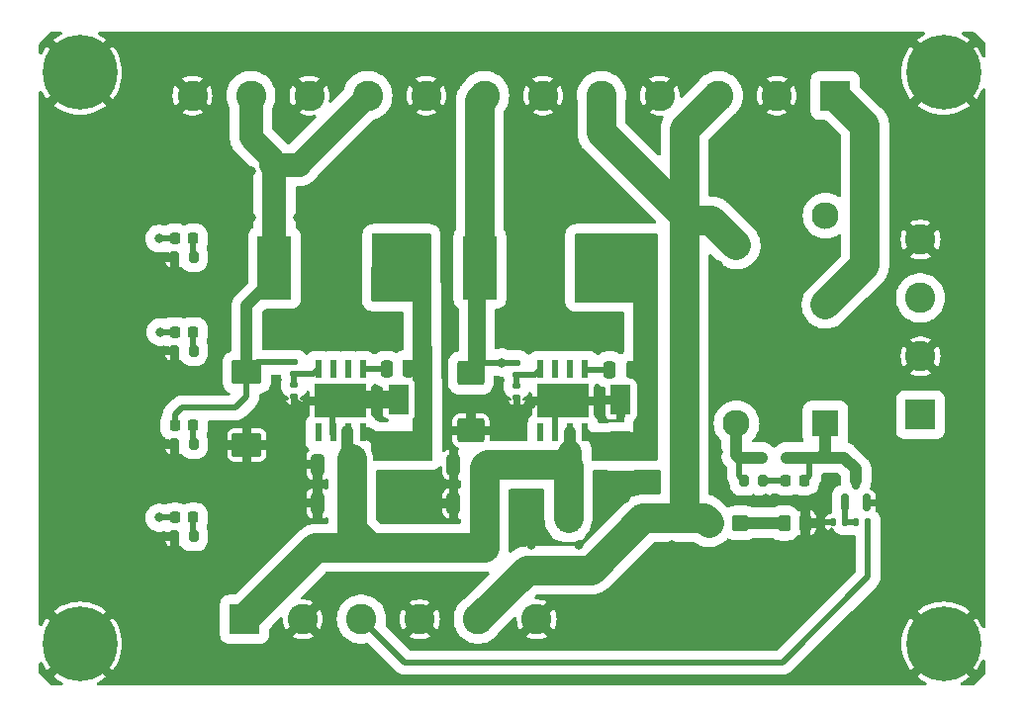
<source format=gtl>
G04 #@! TF.GenerationSoftware,KiCad,Pcbnew,7.0.1*
G04 #@! TF.CreationDate,2023-12-04T13:47:48-08:00*
G04 #@! TF.ProjectId,GReX_Power,47526558-5f50-46f7-9765-722e6b696361,2*
G04 #@! TF.SameCoordinates,Original*
G04 #@! TF.FileFunction,Copper,L1,Top*
G04 #@! TF.FilePolarity,Positive*
%FSLAX46Y46*%
G04 Gerber Fmt 4.6, Leading zero omitted, Abs format (unit mm)*
G04 Created by KiCad (PCBNEW 7.0.1) date 2023-12-04 13:47:48*
%MOMM*%
%LPD*%
G01*
G04 APERTURE LIST*
G04 Aperture macros list*
%AMRoundRect*
0 Rectangle with rounded corners*
0 $1 Rounding radius*
0 $2 $3 $4 $5 $6 $7 $8 $9 X,Y pos of 4 corners*
0 Add a 4 corners polygon primitive as box body*
4,1,4,$2,$3,$4,$5,$6,$7,$8,$9,$2,$3,0*
0 Add four circle primitives for the rounded corners*
1,1,$1+$1,$2,$3*
1,1,$1+$1,$4,$5*
1,1,$1+$1,$6,$7*
1,1,$1+$1,$8,$9*
0 Add four rect primitives between the rounded corners*
20,1,$1+$1,$2,$3,$4,$5,0*
20,1,$1+$1,$4,$5,$6,$7,0*
20,1,$1+$1,$6,$7,$8,$9,0*
20,1,$1+$1,$8,$9,$2,$3,0*%
G04 Aperture macros list end*
G04 #@! TA.AperFunction,SMDPad,CuDef*
%ADD10RoundRect,0.250000X0.325000X0.650000X-0.325000X0.650000X-0.325000X-0.650000X0.325000X-0.650000X0*%
G04 #@! TD*
G04 #@! TA.AperFunction,ComponentPad*
%ADD11R,2.600000X2.600000*%
G04 #@! TD*
G04 #@! TA.AperFunction,ComponentPad*
%ADD12C,2.600000*%
G04 #@! TD*
G04 #@! TA.AperFunction,SMDPad,CuDef*
%ADD13R,0.600000X0.450000*%
G04 #@! TD*
G04 #@! TA.AperFunction,SMDPad,CuDef*
%ADD14RoundRect,0.150000X0.150000X-0.587500X0.150000X0.587500X-0.150000X0.587500X-0.150000X-0.587500X0*%
G04 #@! TD*
G04 #@! TA.AperFunction,SMDPad,CuDef*
%ADD15RoundRect,0.135000X0.135000X0.185000X-0.135000X0.185000X-0.135000X-0.185000X0.135000X-0.185000X0*%
G04 #@! TD*
G04 #@! TA.AperFunction,SMDPad,CuDef*
%ADD16RoundRect,0.218750X0.218750X0.256250X-0.218750X0.256250X-0.218750X-0.256250X0.218750X-0.256250X0*%
G04 #@! TD*
G04 #@! TA.AperFunction,ComponentPad*
%ADD17C,3.600000*%
G04 #@! TD*
G04 #@! TA.AperFunction,ConnectorPad*
%ADD18C,6.400000*%
G04 #@! TD*
G04 #@! TA.AperFunction,SMDPad,CuDef*
%ADD19RoundRect,0.135000X-0.185000X0.135000X-0.185000X-0.135000X0.185000X-0.135000X0.185000X0.135000X0*%
G04 #@! TD*
G04 #@! TA.AperFunction,SMDPad,CuDef*
%ADD20RoundRect,0.250000X-0.450000X-0.425000X0.450000X-0.425000X0.450000X0.425000X-0.450000X0.425000X0*%
G04 #@! TD*
G04 #@! TA.AperFunction,SMDPad,CuDef*
%ADD21R,2.900000X5.400000*%
G04 #@! TD*
G04 #@! TA.AperFunction,SMDPad,CuDef*
%ADD22R,0.600000X1.550000*%
G04 #@! TD*
G04 #@! TA.AperFunction,ComponentPad*
%ADD23C,0.600000*%
G04 #@! TD*
G04 #@! TA.AperFunction,SMDPad,CuDef*
%ADD24R,3.100000X2.600000*%
G04 #@! TD*
G04 #@! TA.AperFunction,SMDPad,CuDef*
%ADD25R,4.500000X2.950000*%
G04 #@! TD*
G04 #@! TA.AperFunction,SMDPad,CuDef*
%ADD26RoundRect,0.200000X0.200000X0.275000X-0.200000X0.275000X-0.200000X-0.275000X0.200000X-0.275000X0*%
G04 #@! TD*
G04 #@! TA.AperFunction,SMDPad,CuDef*
%ADD27R,1.500000X2.200000*%
G04 #@! TD*
G04 #@! TA.AperFunction,SMDPad,CuDef*
%ADD28RoundRect,0.200000X-0.200000X-0.275000X0.200000X-0.275000X0.200000X0.275000X-0.200000X0.275000X0*%
G04 #@! TD*
G04 #@! TA.AperFunction,SMDPad,CuDef*
%ADD29RoundRect,0.250000X-0.262500X-0.450000X0.262500X-0.450000X0.262500X0.450000X-0.262500X0.450000X0*%
G04 #@! TD*
G04 #@! TA.AperFunction,SMDPad,CuDef*
%ADD30R,1.800000X2.500000*%
G04 #@! TD*
G04 #@! TA.AperFunction,ComponentPad*
%ADD31R,2.300000X2.300000*%
G04 #@! TD*
G04 #@! TA.AperFunction,ComponentPad*
%ADD32C,2.300000*%
G04 #@! TD*
G04 #@! TA.AperFunction,SMDPad,CuDef*
%ADD33RoundRect,0.250000X-0.250000X-0.475000X0.250000X-0.475000X0.250000X0.475000X-0.250000X0.475000X0*%
G04 #@! TD*
G04 #@! TA.AperFunction,SMDPad,CuDef*
%ADD34RoundRect,0.250000X-1.025000X0.787500X-1.025000X-0.787500X1.025000X-0.787500X1.025000X0.787500X0*%
G04 #@! TD*
G04 #@! TA.AperFunction,SMDPad,CuDef*
%ADD35RoundRect,0.135000X-0.135000X-0.185000X0.135000X-0.185000X0.135000X0.185000X-0.135000X0.185000X0*%
G04 #@! TD*
G04 #@! TA.AperFunction,SMDPad,CuDef*
%ADD36RoundRect,0.250000X-0.925000X0.787500X-0.925000X-0.787500X0.925000X-0.787500X0.925000X0.787500X0*%
G04 #@! TD*
G04 #@! TA.AperFunction,ViaPad*
%ADD37C,0.800000*%
G04 #@! TD*
G04 #@! TA.AperFunction,Conductor*
%ADD38C,0.500000*%
G04 #@! TD*
G04 #@! TA.AperFunction,Conductor*
%ADD39C,1.500000*%
G04 #@! TD*
G04 #@! TA.AperFunction,Conductor*
%ADD40C,1.000000*%
G04 #@! TD*
G04 #@! TA.AperFunction,Conductor*
%ADD41C,2.500000*%
G04 #@! TD*
G04 #@! TA.AperFunction,Conductor*
%ADD42C,2.000000*%
G04 #@! TD*
G04 APERTURE END LIST*
D10*
X153900000Y-107850000D03*
X150950000Y-107850000D03*
D11*
X144692000Y-121092000D03*
D12*
X149692000Y-121092000D03*
X154692000Y-121092000D03*
X159692000Y-121092000D03*
X164692000Y-121092000D03*
X169692000Y-121092000D03*
D11*
X202538000Y-103580000D03*
D12*
X202538000Y-98580000D03*
X202538000Y-93580000D03*
X202538000Y-88580000D03*
D10*
X165532000Y-111177500D03*
X162582000Y-111177500D03*
D13*
X188972000Y-107249000D03*
X191072000Y-107249000D03*
D14*
X196072000Y-111124000D03*
X197972000Y-111124000D03*
X197022000Y-109249000D03*
D15*
X198052000Y-112774000D03*
X197032000Y-112774000D03*
D16*
X140312500Y-104500000D03*
X138737500Y-104500000D03*
X140312500Y-88500000D03*
X138737500Y-88500000D03*
D17*
X130600000Y-74300000D03*
D18*
X130600000Y-74300000D03*
D19*
X167994000Y-99119000D03*
X167994000Y-100139000D03*
D20*
X184432000Y-112854000D03*
X187132000Y-112854000D03*
D21*
X157150000Y-90993000D03*
X147250000Y-90993000D03*
D17*
X204500000Y-123200000D03*
D18*
X204500000Y-123200000D03*
D10*
X165532000Y-107884000D03*
X162582000Y-107884000D03*
D22*
X173836000Y-99690000D03*
X172566000Y-99690000D03*
X171296000Y-99690000D03*
X170026000Y-99690000D03*
X170026000Y-105090000D03*
X171296000Y-105090000D03*
X172566000Y-105090000D03*
X173836000Y-105090000D03*
D23*
X173731000Y-101790000D03*
X172531000Y-101790000D03*
X171231000Y-101790000D03*
X170131000Y-101790000D03*
D24*
X171931000Y-102390000D03*
D25*
X171931000Y-102390000D03*
D23*
X173731000Y-102990000D03*
X172531000Y-102990000D03*
X171231000Y-102990000D03*
X170131000Y-102990000D03*
D26*
X140350000Y-114000000D03*
X138700000Y-114000000D03*
X140350000Y-90100000D03*
X138700000Y-90100000D03*
D27*
X172414000Y-112456000D03*
X178814000Y-112456000D03*
D26*
X140350000Y-98100000D03*
X138700000Y-98100000D03*
D17*
X204500000Y-74300000D03*
D18*
X204500000Y-74300000D03*
D11*
X195233000Y-76261000D03*
D12*
X190233000Y-76261000D03*
X185233000Y-76261000D03*
X180233000Y-76261000D03*
X175233000Y-76261000D03*
X170233000Y-76261000D03*
X165233000Y-76261000D03*
X160233000Y-76261000D03*
X155233000Y-76261000D03*
X150233000Y-76261000D03*
X145233000Y-76261000D03*
X140233000Y-76261000D03*
D22*
X154808000Y-99700000D03*
X153538000Y-99700000D03*
X152268000Y-99700000D03*
X150998000Y-99700000D03*
X150998000Y-105100000D03*
X152268000Y-105100000D03*
X153538000Y-105100000D03*
X154808000Y-105100000D03*
D23*
X154703000Y-101800000D03*
X153503000Y-101800000D03*
X152203000Y-101800000D03*
X151103000Y-101800000D03*
D24*
X152903000Y-102400000D03*
D25*
X152903000Y-102400000D03*
D23*
X154703000Y-103000000D03*
X153503000Y-103000000D03*
X152203000Y-103000000D03*
X151103000Y-103000000D03*
D28*
X187409500Y-109249000D03*
X189059500Y-109249000D03*
D19*
X167994000Y-101112500D03*
X167994000Y-102132500D03*
D10*
X153900000Y-111150000D03*
X150950000Y-111150000D03*
D16*
X140312500Y-112400000D03*
X138737500Y-112400000D03*
D29*
X190862000Y-112854000D03*
X192687000Y-112854000D03*
D19*
X148944000Y-99090000D03*
X148944000Y-100110000D03*
D30*
X157850000Y-106250000D03*
X157850000Y-102250000D03*
D31*
X194410000Y-104328000D03*
D32*
X194410000Y-94168000D03*
X194410000Y-86548000D03*
X186790000Y-89088000D03*
X186790000Y-104328000D03*
D33*
X175934000Y-99702500D03*
X177834000Y-99702500D03*
D16*
X140312500Y-96500000D03*
X138737500Y-96500000D03*
D33*
X156850000Y-99650000D03*
X158750000Y-99650000D03*
D26*
X140350000Y-106100000D03*
X138700000Y-106100000D03*
D34*
X144880000Y-99945500D03*
X144880000Y-106170500D03*
D19*
X148944000Y-101040000D03*
X148944000Y-102060000D03*
D30*
X176884000Y-106302500D03*
X176884000Y-102302500D03*
D16*
X192597000Y-109249000D03*
X191022000Y-109249000D03*
D21*
X174722000Y-90993000D03*
X164822000Y-90993000D03*
D35*
X195022000Y-112774000D03*
X196042000Y-112774000D03*
D36*
X164057000Y-100002500D03*
X164057000Y-104927500D03*
D17*
X130600000Y-123200000D03*
D18*
X130600000Y-123200000D03*
D37*
X129259000Y-86738000D03*
X133259000Y-94738000D03*
X201259000Y-118738000D03*
X205259000Y-94738000D03*
X149259000Y-110738000D03*
X129259000Y-94738000D03*
X169259000Y-82738000D03*
X169259000Y-102738000D03*
X201259000Y-110738000D03*
X145259000Y-114738000D03*
X205259000Y-86738000D03*
X189259000Y-110738000D03*
X189259000Y-118738000D03*
X189259000Y-82738000D03*
X205259000Y-82738000D03*
X137259000Y-118738000D03*
X129259000Y-82738000D03*
X129259000Y-114738000D03*
X133259000Y-98738000D03*
X201259000Y-86738000D03*
X197259000Y-94738000D03*
X133259000Y-86738000D03*
X189259000Y-114738000D03*
X129259000Y-110738000D03*
X157259000Y-110738000D03*
X185259000Y-122738000D03*
X197259000Y-122738000D03*
X141259000Y-94738000D03*
X205259000Y-110738000D03*
X201259000Y-90738000D03*
X177259000Y-122738000D03*
X137259000Y-82738000D03*
X189259000Y-90738000D03*
X205259000Y-102738000D03*
X153259000Y-90738000D03*
X201259000Y-114738000D03*
X177259000Y-110738000D03*
X161259000Y-118738000D03*
X141259000Y-82738000D03*
X137259000Y-110738000D03*
X145259000Y-86738000D03*
X153259000Y-94738000D03*
X157259000Y-86738000D03*
X141259000Y-122738000D03*
X169259000Y-86738000D03*
X133259000Y-114738000D03*
X145259000Y-110738000D03*
X137259000Y-86738000D03*
X137259000Y-94738000D03*
X137259000Y-90738000D03*
X205259000Y-114738000D03*
X177259000Y-102738000D03*
X193259000Y-114738000D03*
X157259000Y-102738000D03*
X193259000Y-110738000D03*
X133259000Y-110738000D03*
X153259000Y-86738000D03*
X161259000Y-86738000D03*
X161259000Y-82738000D03*
X137259000Y-122738000D03*
X137259000Y-106738000D03*
X185259000Y-90738000D03*
X193259000Y-118738000D03*
X205259000Y-98738000D03*
X161259000Y-122738000D03*
X137259000Y-98738000D03*
X169259000Y-114738000D03*
X157259000Y-82738000D03*
X129259000Y-102738000D03*
X201259000Y-106738000D03*
X129259000Y-118738000D03*
X185259000Y-106738000D03*
X133259000Y-82738000D03*
X129259000Y-98738000D03*
X141259000Y-110738000D03*
X185259000Y-94738000D03*
X129259000Y-90738000D03*
X173259000Y-82738000D03*
X149259000Y-106738000D03*
X189259000Y-122738000D03*
X153259000Y-82738000D03*
X173259000Y-114738000D03*
X193259000Y-82738000D03*
X149259000Y-86738000D03*
X177259000Y-118738000D03*
X205259000Y-106738000D03*
X145259000Y-82738000D03*
X133259000Y-118738000D03*
X149259000Y-102738000D03*
X197259000Y-102738000D03*
X185259000Y-118738000D03*
X181259000Y-122738000D03*
X133259000Y-90738000D03*
X181259000Y-114738000D03*
X173259000Y-122738000D03*
X153259000Y-118738000D03*
X169259000Y-94738000D03*
X189259000Y-102738000D03*
X137259000Y-102738000D03*
X205259000Y-118738000D03*
X181259000Y-118738000D03*
X165259000Y-102738000D03*
X133259000Y-102738000D03*
X169259000Y-90738000D03*
X129259000Y-106738000D03*
X201259000Y-82738000D03*
X177259000Y-86738000D03*
X169259000Y-110738000D03*
X133259000Y-106738000D03*
X189259000Y-86738000D03*
X185259000Y-82738000D03*
X189259000Y-94738000D03*
X141259000Y-86738000D03*
X157259000Y-118738000D03*
X193259000Y-90738000D03*
X205259000Y-90738000D03*
X166724000Y-99121000D03*
X137400000Y-112400000D03*
X174852000Y-79700000D03*
X137500000Y-96500000D03*
X137400000Y-88500000D03*
D38*
X175934000Y-99702500D02*
X173848500Y-99702500D01*
X173848500Y-99702500D02*
X173836000Y-99690000D01*
X152615000Y-103065000D02*
X152550000Y-103000000D01*
X171296000Y-105090000D02*
X171296000Y-103025000D01*
D39*
X153400000Y-102250000D02*
X153250000Y-102400000D01*
D38*
X151450000Y-101800000D02*
X151450000Y-103000000D01*
X159300000Y-121500000D02*
X159300000Y-121100000D01*
D39*
X157850000Y-102250000D02*
X153400000Y-102250000D01*
D38*
X171296000Y-103025000D02*
X171931000Y-102390000D01*
X152246000Y-105218500D02*
X152246000Y-103183500D01*
X156800000Y-99700000D02*
X156850000Y-99650000D01*
X155155000Y-99700000D02*
X156800000Y-99700000D01*
X193022000Y-108824000D02*
X193022000Y-107249000D01*
D40*
X196022000Y-107249000D02*
X194022000Y-107249000D01*
X194410000Y-106861000D02*
X194022000Y-107249000D01*
X197022000Y-108249000D02*
X196022000Y-107249000D01*
X193942000Y-107169000D02*
X194022000Y-107249000D01*
D38*
X192597000Y-109249000D02*
X193022000Y-108824000D01*
D40*
X197022000Y-109249000D02*
X197022000Y-108249000D01*
X193022000Y-107249000D02*
X191072000Y-107249000D01*
X194022000Y-107249000D02*
X193022000Y-107249000D01*
X194410000Y-104328000D02*
X194410000Y-106861000D01*
D41*
X164822000Y-91882000D02*
X164822000Y-76672000D01*
D38*
X137400000Y-112400000D02*
X138737500Y-112400000D01*
D39*
X164565000Y-99237500D02*
X164565000Y-91882000D01*
D38*
X187447000Y-109249000D02*
X187022000Y-108824000D01*
D41*
X164822000Y-76672000D02*
X165233000Y-76261000D01*
D40*
X187022000Y-107249000D02*
X188972000Y-107249000D01*
X186790000Y-107017000D02*
X187022000Y-107249000D01*
D38*
X187022000Y-108824000D02*
X187022000Y-107249000D01*
X167994000Y-99119000D02*
X164940500Y-99119000D01*
X164057000Y-100002500D02*
X164822000Y-99237500D01*
X164940500Y-99119000D02*
X164057000Y-100002500D01*
D40*
X186790000Y-104328000D02*
X186790000Y-107017000D01*
D38*
X189022000Y-109249000D02*
X191022000Y-109249000D01*
X140312500Y-98062500D02*
X140350000Y-98100000D01*
X140312500Y-96500000D02*
X140312500Y-98062500D01*
D41*
X182853000Y-86953000D02*
X184655000Y-86953000D01*
X174369000Y-116901000D02*
X178814000Y-112456000D01*
X168883000Y-116901000D02*
X174369000Y-116901000D01*
X182345000Y-86548000D02*
X175233000Y-79436000D01*
X182345000Y-89596000D02*
X182345000Y-86548000D01*
D38*
X138737500Y-96500000D02*
X137500000Y-96500000D01*
D41*
X178814000Y-112456000D02*
X184034000Y-112456000D01*
X175233000Y-79436000D02*
X175233000Y-76261000D01*
X184034000Y-112456000D02*
X184432000Y-112854000D01*
X182345000Y-111567000D02*
X182345000Y-79149000D01*
X182345000Y-79149000D02*
X185233000Y-76261000D01*
X184655000Y-86953000D02*
X186790000Y-89088000D01*
X182345000Y-89596000D02*
X182345000Y-79149000D01*
X164692000Y-121092000D02*
X168883000Y-116901000D01*
D38*
X140312500Y-90062500D02*
X140350000Y-90100000D01*
X140312500Y-88500000D02*
X140312500Y-90062500D01*
X140312500Y-113962500D02*
X140350000Y-114000000D01*
X140312500Y-112400000D02*
X140312500Y-113962500D01*
X140312500Y-104500000D02*
X140312500Y-106062500D01*
X140312500Y-106062500D02*
X140350000Y-106100000D01*
X196072000Y-111124000D02*
X196072000Y-112744000D01*
X197032000Y-112774000D02*
X196042000Y-112774000D01*
X196072000Y-112744000D02*
X196042000Y-112774000D01*
X167994000Y-100139000D02*
X167994000Y-101112500D01*
X170026000Y-99690000D02*
X169577000Y-100139000D01*
X169577000Y-100139000D02*
X167994000Y-100139000D01*
X148944000Y-100110000D02*
X150588000Y-100110000D01*
X150588000Y-100110000D02*
X150998000Y-99700000D01*
X148944000Y-101040000D02*
X148944000Y-100110000D01*
X144880000Y-102070000D02*
X144880000Y-99945500D01*
X148944000Y-99090000D02*
X145735500Y-99090000D01*
X143950000Y-103000000D02*
X144880000Y-102070000D01*
D40*
X144880000Y-94270000D02*
X147250000Y-91900000D01*
D42*
X145233000Y-79833000D02*
X145233000Y-76261000D01*
D40*
X144880000Y-99945500D02*
X144880000Y-94270000D01*
D42*
X147250000Y-91900000D02*
X147250000Y-81850000D01*
X149644000Y-81850000D02*
X155233000Y-76261000D01*
D38*
X145735500Y-99090000D02*
X144880000Y-99945500D01*
X143950000Y-103000000D02*
X139300000Y-103000000D01*
D42*
X147250000Y-81850000D02*
X145233000Y-79833000D01*
D38*
X139300000Y-103000000D02*
X138737500Y-103562500D01*
D42*
X147003000Y-82200000D02*
X149397000Y-82200000D01*
D38*
X138737500Y-103562500D02*
X138737500Y-104500000D01*
D41*
X150789000Y-114995000D02*
X155445000Y-114995000D01*
D40*
X153516000Y-104992500D02*
X153516000Y-107727500D01*
D41*
X155445000Y-114995000D02*
X165200000Y-114995000D01*
X172414000Y-112456000D02*
X172414000Y-108036000D01*
X153900000Y-111150000D02*
X153900000Y-107325000D01*
X153900000Y-107325000D02*
X153885000Y-107325000D01*
X165250000Y-114945000D02*
X165250000Y-108166000D01*
D42*
X172566000Y-107884000D02*
X172566000Y-106741000D01*
D38*
X138737500Y-88500000D02*
X137400000Y-88500000D01*
D41*
X172262000Y-107884000D02*
X172414000Y-108036000D01*
D40*
X172566000Y-106741000D02*
X172566000Y-105090000D01*
D41*
X155445000Y-114995000D02*
X153900000Y-113450000D01*
X144692000Y-121092000D02*
X150789000Y-114995000D01*
X165250000Y-108166000D02*
X165532000Y-107884000D01*
X153900000Y-113450000D02*
X153900000Y-111150000D01*
X165532000Y-107884000D02*
X172262000Y-107884000D01*
X153900000Y-111150000D02*
X153900000Y-107850000D01*
X165200000Y-114995000D02*
X165250000Y-114945000D01*
D40*
X153885000Y-107835000D02*
X153900000Y-107850000D01*
X187132000Y-112854000D02*
X190862000Y-112854000D01*
D38*
X198052000Y-117475000D02*
X190727000Y-124800000D01*
X198052000Y-112774000D02*
X198052000Y-117475000D01*
X190727000Y-124800000D02*
X158400000Y-124800000D01*
X158400000Y-124800000D02*
X154692000Y-121092000D01*
D41*
X197800000Y-90778000D02*
X197800000Y-78828000D01*
X194410000Y-94168000D02*
X197800000Y-90778000D01*
X197800000Y-78828000D02*
X195233000Y-76261000D01*
G04 #@! TA.AperFunction,Conductor*
G36*
X177979000Y-100391000D02*
G01*
X177518000Y-100391000D01*
X177455000Y-100374119D01*
X177408881Y-100328000D01*
X177392000Y-100265000D01*
X177392000Y-99120000D01*
X177408881Y-99057000D01*
X177455000Y-99010881D01*
X177518000Y-98994000D01*
X177979000Y-98994000D01*
X177979000Y-100391000D01*
G37*
G04 #@! TD.AperFunction*
G04 #@! TA.AperFunction,Conductor*
G36*
X174031078Y-104676760D02*
G01*
X174073835Y-104708525D01*
X174419000Y-105103000D01*
X175879000Y-105103000D01*
X175879000Y-107500000D01*
X177478891Y-107500000D01*
X177463809Y-107503000D01*
X174492500Y-107503000D01*
X174429500Y-107486119D01*
X174383381Y-107440000D01*
X174366500Y-107377000D01*
X174366500Y-106673629D01*
X174354133Y-106508597D01*
X174351383Y-106471897D01*
X174291334Y-106208805D01*
X174192743Y-105957602D01*
X174057815Y-105723898D01*
X173893988Y-105518466D01*
X173873571Y-105481523D01*
X173866500Y-105439908D01*
X173866500Y-105033221D01*
X173866500Y-105033216D01*
X173851635Y-104863308D01*
X173841131Y-104824109D01*
X173839260Y-104766919D01*
X173862876Y-104714796D01*
X173907111Y-104678494D01*
X173962839Y-104665500D01*
X173979013Y-104665500D01*
X174031078Y-104676760D01*
G37*
G04 #@! TD.AperFunction*
G04 #@! TA.AperFunction,Conductor*
G36*
X159101704Y-100275582D02*
G01*
X159099521Y-100274210D01*
X158929257Y-100214632D01*
X158875534Y-100208579D01*
X158794954Y-100199500D01*
X158341000Y-100199500D01*
X158278000Y-100182619D01*
X158231881Y-100136500D01*
X158215000Y-100073500D01*
X158215000Y-98993000D01*
X158231881Y-98930000D01*
X158278000Y-98883881D01*
X158341000Y-98867000D01*
X159102212Y-98867000D01*
X159102213Y-98867000D01*
X159101704Y-100275582D01*
G37*
G04 #@! TD.AperFunction*
G04 #@! TA.AperFunction,Conductor*
G36*
X160610583Y-88073744D02*
G01*
X160656665Y-88119525D01*
X160673817Y-88182175D01*
X160797996Y-107193223D01*
X160799172Y-107373177D01*
X160782568Y-107436524D01*
X160736412Y-107482982D01*
X160673175Y-107500000D01*
X155784500Y-107500000D01*
X155721500Y-107483119D01*
X155675381Y-107437000D01*
X155658500Y-107374000D01*
X155658500Y-107193223D01*
X155658500Y-107193219D01*
X155649365Y-107132615D01*
X155648314Y-107123290D01*
X155643735Y-107062174D01*
X155630099Y-107002436D01*
X155628348Y-106993177D01*
X155619218Y-106932600D01*
X155601161Y-106874059D01*
X155598722Y-106864958D01*
X155585086Y-106805217D01*
X155562705Y-106748193D01*
X155559591Y-106739296D01*
X155541532Y-106680746D01*
X155528786Y-106654280D01*
X155514943Y-106625533D01*
X155511175Y-106616897D01*
X155507749Y-106608169D01*
X155488796Y-106559876D01*
X155476000Y-106537713D01*
X155476000Y-105000000D01*
X159100000Y-105000000D01*
X159100388Y-103922343D01*
X159106843Y-103882581D01*
X159125518Y-103846887D01*
X159200889Y-103746204D01*
X159251989Y-103609201D01*
X159258500Y-103548638D01*
X159258500Y-100951362D01*
X159251989Y-100890799D01*
X159200889Y-100753796D01*
X159126724Y-100654723D01*
X159108035Y-100618986D01*
X159101595Y-100579177D01*
X159101663Y-100391000D01*
X159104000Y-93914000D01*
X155674539Y-93914000D01*
X155611384Y-93897029D01*
X155565241Y-93850689D01*
X155548540Y-93787462D01*
X155572464Y-88182462D01*
X155589524Y-88119690D01*
X155635618Y-88073791D01*
X155698463Y-88057000D01*
X160547821Y-88057000D01*
X160610583Y-88073744D01*
G37*
G04 #@! TD.AperFunction*
G04 #@! TA.AperFunction,Conductor*
G36*
X180016000Y-88073881D02*
G01*
X180062119Y-88120000D01*
X180079000Y-88183000D01*
X180079000Y-107374000D01*
X180062119Y-107437000D01*
X180016000Y-107483119D01*
X179953000Y-107500000D01*
X175879000Y-107500000D01*
X175879000Y-105103000D01*
X175919109Y-105103000D01*
X175934191Y-105100000D01*
X177979000Y-105100000D01*
X177979000Y-104104791D01*
X177992328Y-104048391D01*
X178029491Y-104003923D01*
X178147261Y-103915761D01*
X178234888Y-103798705D01*
X178234887Y-103798705D01*
X178234889Y-103798704D01*
X178285989Y-103661701D01*
X178292500Y-103601138D01*
X178292500Y-101003862D01*
X178285989Y-100943299D01*
X178234889Y-100806296D01*
X178234517Y-100805799D01*
X178147261Y-100689238D01*
X178029491Y-100601077D01*
X177992328Y-100556609D01*
X177979000Y-100500209D01*
X177979000Y-100391000D01*
X177979000Y-93965000D01*
X173073000Y-93965000D01*
X173010000Y-93948119D01*
X172963881Y-93902000D01*
X172947000Y-93839000D01*
X172947000Y-88183000D01*
X172963881Y-88120000D01*
X173010000Y-88073881D01*
X173073000Y-88057000D01*
X179953000Y-88057000D01*
X180016000Y-88073881D01*
G37*
G04 #@! TD.AperFunction*
G04 #@! TA.AperFunction,Conductor*
G36*
X155308598Y-104680999D02*
G01*
X155855139Y-104929427D01*
X155894088Y-104957075D01*
X155908579Y-104979580D01*
X155928999Y-105000000D01*
X155476000Y-105000000D01*
X155476000Y-106005659D01*
X155474610Y-106003746D01*
X155401405Y-105927941D01*
X155398412Y-105924731D01*
X155327875Y-105846392D01*
X155305415Y-105827546D01*
X155295768Y-105818549D01*
X155275407Y-105797464D01*
X155192346Y-105732570D01*
X155188928Y-105729802D01*
X155108197Y-105662060D01*
X155083331Y-105646522D01*
X155072526Y-105638956D01*
X155049424Y-105620905D01*
X154958143Y-105568205D01*
X154954374Y-105565940D01*
X154875731Y-105516799D01*
X154832298Y-105471031D01*
X154816500Y-105409945D01*
X154816500Y-104935722D01*
X154816500Y-104935716D01*
X154805718Y-104812480D01*
X154818641Y-104744951D01*
X154865092Y-104694259D01*
X154931239Y-104675500D01*
X155197951Y-104675500D01*
X155197954Y-104675500D01*
X155242353Y-104670497D01*
X155308598Y-104680999D01*
G37*
G04 #@! TD.AperFunction*
G04 #@! TA.AperFunction,Conductor*
G36*
X180181704Y-108288616D02*
G01*
X180240025Y-108317973D01*
X180280194Y-108369445D01*
X180294500Y-108433151D01*
X180294500Y-110256500D01*
X180283158Y-110313520D01*
X180250859Y-110361859D01*
X180202520Y-110394158D01*
X180145500Y-110405500D01*
X178871594Y-110405500D01*
X178863797Y-110405296D01*
X178778126Y-110400806D01*
X178778125Y-110400806D01*
X178654423Y-110411628D01*
X178651833Y-110411832D01*
X178527926Y-110420497D01*
X178519245Y-110422342D01*
X178501275Y-110425027D01*
X178492448Y-110425799D01*
X178371470Y-110453729D01*
X178368932Y-110454292D01*
X178247424Y-110480119D01*
X178239089Y-110483153D01*
X178221662Y-110488315D01*
X178213030Y-110490308D01*
X178097084Y-110534815D01*
X178094650Y-110535725D01*
X178065008Y-110546514D01*
X178027205Y-110553179D01*
X178027361Y-110554563D01*
X177950966Y-110563170D01*
X177884745Y-110570632D01*
X177799611Y-110600421D01*
X177714477Y-110630211D01*
X177561737Y-110726184D01*
X177434184Y-110853737D01*
X177338210Y-111006479D01*
X177337134Y-111009555D01*
X177300003Y-111067519D01*
X177286456Y-111080601D01*
X177280999Y-111087585D01*
X177268953Y-111101200D01*
X173563296Y-114806859D01*
X173514957Y-114839158D01*
X173457937Y-114850500D01*
X168940594Y-114850500D01*
X168932797Y-114850296D01*
X168847126Y-114845806D01*
X168847125Y-114845806D01*
X168723423Y-114856628D01*
X168720833Y-114856832D01*
X168596926Y-114865497D01*
X168588245Y-114867342D01*
X168570275Y-114870027D01*
X168561448Y-114870799D01*
X168440470Y-114898729D01*
X168437932Y-114899292D01*
X168316424Y-114925119D01*
X168308089Y-114928153D01*
X168290662Y-114933315D01*
X168282030Y-114935308D01*
X168166084Y-114979815D01*
X168163650Y-114980725D01*
X168046947Y-115023202D01*
X168039125Y-115027361D01*
X168022585Y-115034899D01*
X168014303Y-115038078D01*
X167905690Y-115098282D01*
X167903408Y-115099521D01*
X167793750Y-115157828D01*
X167786580Y-115163038D01*
X167771238Y-115172812D01*
X167763487Y-115177108D01*
X167664299Y-115251851D01*
X167662211Y-115253397D01*
X167561746Y-115326389D01*
X167555366Y-115332550D01*
X167541549Y-115344350D01*
X167526151Y-115355955D01*
X167525347Y-115354888D01*
X167471144Y-115386939D01*
X167397073Y-115389263D01*
X167331044Y-115355617D01*
X167289391Y-115294323D01*
X167282417Y-115220546D01*
X167297685Y-115124150D01*
X167297839Y-115115304D01*
X167299265Y-115097163D01*
X167300500Y-115088385D01*
X167300500Y-114964166D01*
X167300523Y-114961565D01*
X167302690Y-114837424D01*
X167301611Y-114828636D01*
X167300500Y-114810476D01*
X167300500Y-110083500D01*
X167311842Y-110026480D01*
X167344141Y-109978141D01*
X167392480Y-109945842D01*
X167449500Y-109934500D01*
X170214500Y-109934500D01*
X170271520Y-109945842D01*
X170319859Y-109978141D01*
X170352158Y-110026480D01*
X170363500Y-110083500D01*
X170363500Y-112527604D01*
X170375997Y-112706326D01*
X170378497Y-112742070D01*
X170438120Y-113022576D01*
X170536200Y-113292051D01*
X170670830Y-113545254D01*
X170839390Y-113777254D01*
X170901303Y-113841368D01*
X170934758Y-113895656D01*
X170938209Y-113905519D01*
X170938211Y-113905522D01*
X171034184Y-114058262D01*
X171161738Y-114185816D01*
X171314478Y-114281789D01*
X171484745Y-114341368D01*
X171612443Y-114355756D01*
X171627361Y-114357437D01*
X171627203Y-114358833D01*
X171671014Y-114367349D01*
X171778813Y-114410903D01*
X172057065Y-114480279D01*
X172342264Y-114510255D01*
X172342266Y-114510254D01*
X172342267Y-114510255D01*
X172628859Y-114500247D01*
X172742103Y-114480279D01*
X172911272Y-114450450D01*
X173181533Y-114362636D01*
X173210885Y-114356282D01*
X173343255Y-114341368D01*
X173513522Y-114281789D01*
X173666262Y-114185816D01*
X173793816Y-114058262D01*
X173889789Y-113905522D01*
X173891770Y-113899858D01*
X173918266Y-113853296D01*
X174076940Y-113664197D01*
X174228905Y-113421002D01*
X174345545Y-113159025D01*
X174424589Y-112883364D01*
X174464500Y-112599385D01*
X174464500Y-108457500D01*
X174475842Y-108400480D01*
X174508141Y-108352141D01*
X174556480Y-108319842D01*
X174613500Y-108308500D01*
X175695499Y-108308500D01*
X175744709Y-108316861D01*
X175770375Y-108325841D01*
X175804745Y-108337868D01*
X175923913Y-108351294D01*
X175939045Y-108353000D01*
X175939046Y-108353000D01*
X177828954Y-108353000D01*
X177828955Y-108353000D01*
X177842554Y-108351467D01*
X177963255Y-108337868D01*
X178014770Y-108319842D01*
X178031864Y-108313861D01*
X178081074Y-108305500D01*
X179953000Y-108305500D01*
X180058140Y-108298609D01*
X180110614Y-108288171D01*
X180116432Y-108287014D01*
X180181704Y-108288616D01*
G37*
G04 #@! TD.AperFunction*
G04 #@! TA.AperFunction,Conductor*
G36*
X128982972Y-70814515D02*
G01*
X129034621Y-70855231D01*
X129063709Y-70914217D01*
X129064570Y-70979979D01*
X129037036Y-71039705D01*
X128986471Y-71081760D01*
X128797528Y-71178031D01*
X128481072Y-71383539D01*
X128352964Y-71487279D01*
X130599999Y-73734314D01*
X132847035Y-71487279D01*
X132718927Y-71383539D01*
X132402471Y-71178031D01*
X132213529Y-71081760D01*
X132162964Y-71039705D01*
X132135430Y-70979979D01*
X132136291Y-70914217D01*
X132165379Y-70855231D01*
X132217028Y-70814515D01*
X132281174Y-70800000D01*
X202818826Y-70800000D01*
X202882972Y-70814515D01*
X202934621Y-70855231D01*
X202963709Y-70914217D01*
X202964570Y-70979979D01*
X202937036Y-71039705D01*
X202886471Y-71081760D01*
X202697528Y-71178031D01*
X202381072Y-71383539D01*
X202252964Y-71487279D01*
X204499999Y-73734314D01*
X206747035Y-71487279D01*
X206618927Y-71383539D01*
X206302471Y-71178031D01*
X206113529Y-71081760D01*
X206062964Y-71039705D01*
X206035430Y-70979979D01*
X206036291Y-70914217D01*
X206065379Y-70855231D01*
X206117028Y-70814515D01*
X206181174Y-70800000D01*
X207038282Y-70800000D01*
X207095302Y-70811342D01*
X207143641Y-70843641D01*
X208055859Y-71755859D01*
X208088158Y-71804198D01*
X208099500Y-71861218D01*
X208099500Y-72827545D01*
X208083845Y-72894028D01*
X208040171Y-72946542D01*
X207977653Y-72974050D01*
X207909430Y-72970773D01*
X207849837Y-72937399D01*
X207811397Y-72880942D01*
X207793279Y-72833744D01*
X207621968Y-72497528D01*
X207416460Y-72181072D01*
X207312719Y-72052964D01*
X205065685Y-74300000D01*
X207312719Y-76547034D01*
X207416459Y-76418929D01*
X207621968Y-76102471D01*
X207793279Y-75766255D01*
X207811397Y-75719058D01*
X207849837Y-75662601D01*
X207909430Y-75629227D01*
X207977653Y-75625950D01*
X208040171Y-75653458D01*
X208083845Y-75705972D01*
X208099500Y-75772455D01*
X208099500Y-121727545D01*
X208083845Y-121794028D01*
X208040171Y-121846542D01*
X207977653Y-121874050D01*
X207909430Y-121870773D01*
X207849837Y-121837399D01*
X207811397Y-121780942D01*
X207793279Y-121733744D01*
X207621968Y-121397528D01*
X207416460Y-121081072D01*
X207312719Y-120952964D01*
X205065685Y-123200000D01*
X207312719Y-125447034D01*
X207416459Y-125318929D01*
X207621968Y-125002471D01*
X207793279Y-124666255D01*
X207811397Y-124619058D01*
X207849837Y-124562601D01*
X207909430Y-124529227D01*
X207977653Y-124525950D01*
X208040171Y-124553458D01*
X208083845Y-124605972D01*
X208099500Y-124672455D01*
X208099500Y-125688782D01*
X208088158Y-125745802D01*
X208055859Y-125794141D01*
X207144141Y-126705859D01*
X207095802Y-126738158D01*
X207038782Y-126749500D01*
X206084025Y-126749500D01*
X206019879Y-126734985D01*
X205968230Y-126694269D01*
X205939142Y-126635283D01*
X205938281Y-126569521D01*
X205965815Y-126509795D01*
X206016380Y-126467740D01*
X206302471Y-126321968D01*
X206618929Y-126116459D01*
X206747034Y-126012719D01*
X204500000Y-123765685D01*
X202252964Y-126012719D01*
X202381072Y-126116460D01*
X202697528Y-126321968D01*
X202983620Y-126467740D01*
X203034185Y-126509795D01*
X203061719Y-126569521D01*
X203060858Y-126635283D01*
X203031770Y-126694269D01*
X202980121Y-126734985D01*
X202915975Y-126749500D01*
X132184025Y-126749500D01*
X132119879Y-126734985D01*
X132068230Y-126694269D01*
X132039142Y-126635283D01*
X132038281Y-126569521D01*
X132065815Y-126509795D01*
X132116380Y-126467740D01*
X132402471Y-126321968D01*
X132718929Y-126116459D01*
X132847034Y-126012719D01*
X130600000Y-123765685D01*
X128352964Y-126012719D01*
X128481072Y-126116460D01*
X128797528Y-126321968D01*
X129083620Y-126467740D01*
X129134185Y-126509795D01*
X129161719Y-126569521D01*
X129160858Y-126635283D01*
X129131770Y-126694269D01*
X129080121Y-126734985D01*
X129015975Y-126749500D01*
X128161218Y-126749500D01*
X128104198Y-126738158D01*
X128055859Y-126705859D01*
X127144141Y-125794141D01*
X127111842Y-125745802D01*
X127100500Y-125688782D01*
X127100500Y-124882155D01*
X127115015Y-124818009D01*
X127155731Y-124766360D01*
X127214717Y-124737272D01*
X127280479Y-124736411D01*
X127340206Y-124763945D01*
X127382260Y-124814511D01*
X127478028Y-125002468D01*
X127683539Y-125318927D01*
X127787279Y-125447034D01*
X130034315Y-123200000D01*
X131165685Y-123200000D01*
X133412719Y-125447034D01*
X133516459Y-125318929D01*
X133721968Y-125002471D01*
X133893279Y-124666255D01*
X134028500Y-124313992D01*
X134126161Y-123949512D01*
X134185191Y-123576816D01*
X134204939Y-123200000D01*
X134185191Y-122823183D01*
X134126161Y-122450487D01*
X134028500Y-122086007D01*
X133893279Y-121733744D01*
X133721968Y-121397528D01*
X133516460Y-121081072D01*
X133412719Y-120952964D01*
X131165685Y-123200000D01*
X130034315Y-123200000D01*
X127787279Y-120952964D01*
X127683539Y-121081072D01*
X127478028Y-121397531D01*
X127382260Y-121585489D01*
X127340206Y-121636055D01*
X127280479Y-121663589D01*
X127214717Y-121662728D01*
X127155731Y-121633640D01*
X127115015Y-121581991D01*
X127100500Y-121517845D01*
X127100500Y-120387279D01*
X128352964Y-120387279D01*
X130599999Y-122634314D01*
X132847035Y-120387279D01*
X132718927Y-120283539D01*
X132402471Y-120078031D01*
X132066255Y-119906720D01*
X131713992Y-119771499D01*
X131349512Y-119673838D01*
X130976816Y-119614808D01*
X130600000Y-119595060D01*
X130223183Y-119614808D01*
X129850487Y-119673838D01*
X129486007Y-119771499D01*
X129133744Y-119906720D01*
X128797528Y-120078031D01*
X128481072Y-120283539D01*
X128352964Y-120387279D01*
X127100500Y-120387279D01*
X127100500Y-114400000D01*
X137911280Y-114400000D01*
X137915443Y-114431631D01*
X137975899Y-114577585D01*
X138072075Y-114702924D01*
X138197414Y-114799100D01*
X138299999Y-114841592D01*
X138300000Y-114841592D01*
X138300000Y-114400000D01*
X137911280Y-114400000D01*
X127100500Y-114400000D01*
X127100500Y-112400000D01*
X136194356Y-112400000D01*
X136214885Y-112621535D01*
X136275770Y-112835528D01*
X136374939Y-113034685D01*
X136374941Y-113034688D01*
X136374942Y-113034689D01*
X136509019Y-113212236D01*
X136673438Y-113362124D01*
X136673440Y-113362125D01*
X136862598Y-113479247D01*
X137058297Y-113555061D01*
X137070060Y-113559618D01*
X137288757Y-113600500D01*
X137511243Y-113600500D01*
X137729940Y-113559618D01*
X137730387Y-113559445D01*
X137741703Y-113555060D01*
X137801072Y-113545100D01*
X137859538Y-113559445D01*
X137907555Y-113595754D01*
X137911279Y-113600000D01*
X138096566Y-113600000D01*
X138139816Y-113606415D01*
X138318942Y-113660753D01*
X138468674Y-113675500D01*
X138468678Y-113675500D01*
X138951000Y-113675500D01*
X139008020Y-113686842D01*
X139056359Y-113719141D01*
X139088658Y-113767480D01*
X139100000Y-113824500D01*
X139100000Y-114841591D01*
X139162810Y-114815575D01*
X139224862Y-114804318D01*
X139286013Y-114819738D01*
X139335306Y-114859072D01*
X139438891Y-114986109D01*
X139596593Y-115114698D01*
X139776951Y-115208909D01*
X139776953Y-115208909D01*
X139776954Y-115208910D01*
X139972578Y-115264885D01*
X139972582Y-115264886D01*
X140091963Y-115275500D01*
X140608036Y-115275499D01*
X140727418Y-115264886D01*
X140923049Y-115208909D01*
X141103407Y-115114698D01*
X141261109Y-114986109D01*
X141389698Y-114828407D01*
X141483909Y-114648049D01*
X141539886Y-114452418D01*
X141550500Y-114333037D01*
X141550499Y-113666964D01*
X141539886Y-113547582D01*
X141483909Y-113351951D01*
X141436930Y-113262015D01*
X141420001Y-113192321D01*
X141437591Y-113122794D01*
X141477471Y-113048187D01*
X141535753Y-112856058D01*
X141550500Y-112706326D01*
X141550500Y-112093674D01*
X141535753Y-111943942D01*
X141477471Y-111751813D01*
X141382826Y-111574745D01*
X141362519Y-111550000D01*
X149975000Y-111550000D01*
X149975000Y-111865638D01*
X149977900Y-111902490D01*
X150023718Y-112060197D01*
X150107317Y-112201556D01*
X150223443Y-112317682D01*
X150364802Y-112401281D01*
X150522508Y-112447099D01*
X150550000Y-112449263D01*
X150550000Y-111550000D01*
X149975000Y-111550000D01*
X141362519Y-111550000D01*
X141358243Y-111544790D01*
X141255456Y-111419543D01*
X141100254Y-111292173D01*
X140923188Y-111197529D01*
X140731059Y-111139247D01*
X140701111Y-111136297D01*
X140581326Y-111124500D01*
X140043674Y-111124500D01*
X139943852Y-111134331D01*
X139893940Y-111139247D01*
X139701814Y-111197528D01*
X139595234Y-111254495D01*
X139524997Y-111272087D01*
X139454760Y-111254493D01*
X139348188Y-111197529D01*
X139156059Y-111139247D01*
X139126111Y-111136297D01*
X139006326Y-111124500D01*
X138468674Y-111124500D01*
X138368852Y-111134331D01*
X138318940Y-111139247D01*
X138126810Y-111197529D01*
X137973862Y-111279282D01*
X137912654Y-111296602D01*
X137849800Y-111286815D01*
X137729939Y-111240381D01*
X137511243Y-111199500D01*
X137288757Y-111199500D01*
X137070057Y-111240382D01*
X136862598Y-111320752D01*
X136673440Y-111437874D01*
X136509021Y-111587761D01*
X136374939Y-111765314D01*
X136275770Y-111964471D01*
X136214885Y-112178464D01*
X136194356Y-112400000D01*
X127100500Y-112400000D01*
X127100500Y-110750000D01*
X149975000Y-110750000D01*
X150550000Y-110750000D01*
X150550000Y-109850736D01*
X150522508Y-109852900D01*
X150364802Y-109898718D01*
X150223443Y-109982317D01*
X150107317Y-110098443D01*
X150023718Y-110239802D01*
X149977900Y-110397509D01*
X149975000Y-110434362D01*
X149975000Y-110750000D01*
X127100500Y-110750000D01*
X127100500Y-108250000D01*
X149975000Y-108250000D01*
X149975000Y-108565638D01*
X149977900Y-108602490D01*
X150023718Y-108760197D01*
X150107317Y-108901556D01*
X150223443Y-109017682D01*
X150364802Y-109101281D01*
X150522508Y-109147099D01*
X150550000Y-109149263D01*
X150550000Y-108250000D01*
X149975000Y-108250000D01*
X127100500Y-108250000D01*
X127100500Y-106500000D01*
X137911280Y-106500000D01*
X137915443Y-106531631D01*
X137975899Y-106677585D01*
X138072075Y-106802924D01*
X138197414Y-106899100D01*
X138299999Y-106941592D01*
X138300000Y-106941592D01*
X138300000Y-106500000D01*
X137911280Y-106500000D01*
X127100500Y-106500000D01*
X127100500Y-104806322D01*
X137499500Y-104806322D01*
X137514247Y-104956059D01*
X137572529Y-105148188D01*
X137667173Y-105325254D01*
X137794543Y-105480456D01*
X137861972Y-105535793D01*
X137906020Y-105596211D01*
X137915174Y-105670418D01*
X137911279Y-105699999D01*
X137911280Y-105700000D01*
X138096566Y-105700000D01*
X138139816Y-105706415D01*
X138318942Y-105760753D01*
X138468674Y-105775500D01*
X138468678Y-105775500D01*
X138951000Y-105775500D01*
X139008020Y-105786842D01*
X139056359Y-105819141D01*
X139088658Y-105867480D01*
X139100000Y-105924500D01*
X139100000Y-106941591D01*
X139162810Y-106915575D01*
X139224862Y-106904318D01*
X139286013Y-106919738D01*
X139335306Y-106959072D01*
X139438891Y-107086109D01*
X139596593Y-107214698D01*
X139776951Y-107308909D01*
X139776953Y-107308909D01*
X139776954Y-107308910D01*
X139972578Y-107364885D01*
X139972582Y-107364886D01*
X140091963Y-107375500D01*
X140608036Y-107375499D01*
X140727418Y-107364886D01*
X140923049Y-107308909D01*
X141103407Y-107214698D01*
X141261109Y-107086109D01*
X141389698Y-106928407D01*
X141483909Y-106748049D01*
X141534712Y-106570500D01*
X143205000Y-106570500D01*
X143205000Y-107023638D01*
X143207900Y-107060490D01*
X143253718Y-107218197D01*
X143337317Y-107359556D01*
X143453443Y-107475682D01*
X143594802Y-107559281D01*
X143752509Y-107605099D01*
X143789362Y-107608000D01*
X144480000Y-107608000D01*
X144480000Y-106570500D01*
X145280000Y-106570500D01*
X145280000Y-107608000D01*
X145970638Y-107608000D01*
X146007490Y-107605099D01*
X146165197Y-107559281D01*
X146306556Y-107475682D01*
X146422682Y-107359556D01*
X146506281Y-107218197D01*
X146552099Y-107060490D01*
X146555000Y-107023638D01*
X146555000Y-106570500D01*
X145280000Y-106570500D01*
X144480000Y-106570500D01*
X143205000Y-106570500D01*
X141534712Y-106570500D01*
X141539886Y-106552418D01*
X141550500Y-106433037D01*
X141550499Y-105770500D01*
X143205000Y-105770500D01*
X144480000Y-105770500D01*
X144480000Y-104733000D01*
X145280000Y-104733000D01*
X145280000Y-105770500D01*
X146555000Y-105770500D01*
X146555000Y-105317362D01*
X146552099Y-105280509D01*
X146506281Y-105122802D01*
X146422682Y-104981443D01*
X146306556Y-104865317D01*
X146165197Y-104781718D01*
X146007490Y-104735900D01*
X145970638Y-104733000D01*
X145280000Y-104733000D01*
X144480000Y-104733000D01*
X143789362Y-104733000D01*
X143752509Y-104735900D01*
X143594802Y-104781718D01*
X143453443Y-104865317D01*
X143337317Y-104981443D01*
X143253718Y-105122802D01*
X143207900Y-105280509D01*
X143205000Y-105317362D01*
X143205000Y-105770500D01*
X141550499Y-105770500D01*
X141550499Y-105766964D01*
X141539886Y-105647582D01*
X141483909Y-105451951D01*
X141436930Y-105362015D01*
X141420001Y-105292321D01*
X141437591Y-105222794D01*
X141477471Y-105148187D01*
X141535753Y-104956058D01*
X141550500Y-104806326D01*
X141550500Y-104199500D01*
X141561842Y-104142480D01*
X141594141Y-104094141D01*
X141642480Y-104061842D01*
X141699500Y-104050500D01*
X143891067Y-104050500D01*
X143905671Y-104051217D01*
X143909001Y-104051544D01*
X143950000Y-104055583D01*
X144009670Y-104049706D01*
X144155934Y-104035300D01*
X144172849Y-104030169D01*
X144353955Y-103975232D01*
X144536450Y-103877685D01*
X144567975Y-103851813D01*
X144696410Y-103746410D01*
X144724675Y-103711966D01*
X144734475Y-103701154D01*
X145581154Y-102854475D01*
X145591966Y-102844675D01*
X145626410Y-102816410D01*
X145757685Y-102656450D01*
X145855232Y-102473954D01*
X145915300Y-102275934D01*
X145918404Y-102244416D01*
X145930501Y-102121608D01*
X145930500Y-102121609D01*
X145932227Y-102104072D01*
X145935583Y-102070000D01*
X145931217Y-102025671D01*
X145930500Y-102011067D01*
X145930500Y-101921117D01*
X145948094Y-101850879D01*
X145996720Y-101797228D01*
X146064895Y-101772835D01*
X146097730Y-101769600D01*
X146110934Y-101768300D01*
X146308954Y-101708232D01*
X146491450Y-101610685D01*
X146651410Y-101479410D01*
X146782685Y-101319450D01*
X146880232Y-101136954D01*
X146940300Y-100938934D01*
X146946951Y-100871410D01*
X146955500Y-100784613D01*
X146955500Y-100289500D01*
X146966842Y-100232480D01*
X146999141Y-100184141D01*
X147047480Y-100151842D01*
X147104500Y-100140500D01*
X147674501Y-100140500D01*
X147731521Y-100151842D01*
X147779860Y-100184141D01*
X147812159Y-100232480D01*
X147823501Y-100289500D01*
X147823501Y-100310472D01*
X147829928Y-100392152D01*
X147868588Y-100536436D01*
X147868588Y-100613562D01*
X147829928Y-100757845D01*
X147829928Y-100757849D01*
X147823667Y-100837412D01*
X147823500Y-100839528D01*
X147823500Y-101240472D01*
X147829927Y-101322152D01*
X147880824Y-101512098D01*
X147880825Y-101512100D01*
X147970102Y-101687316D01*
X148093858Y-101840142D01*
X148246684Y-101963898D01*
X148412215Y-102048240D01*
X148462780Y-102090295D01*
X148490314Y-102150021D01*
X148489453Y-102215783D01*
X148460365Y-102274769D01*
X148408716Y-102315485D01*
X148344570Y-102330000D01*
X148237141Y-102330000D01*
X148288276Y-102459672D01*
X148377141Y-102576858D01*
X148494326Y-102665723D01*
X148631141Y-102719675D01*
X148674000Y-102724822D01*
X148674000Y-102307974D01*
X148672510Y-102305543D01*
X148667051Y-102236190D01*
X148693673Y-102171919D01*
X148746572Y-102126739D01*
X148814213Y-102110499D01*
X149073783Y-102110499D01*
X149141425Y-102126738D01*
X149194324Y-102171916D01*
X149220947Y-102236185D01*
X149215492Y-102305536D01*
X149214000Y-102307971D01*
X149214000Y-102724822D01*
X149256858Y-102719675D01*
X149393673Y-102665723D01*
X149510858Y-102576858D01*
X149599723Y-102459672D01*
X149650859Y-102330000D01*
X149543430Y-102330000D01*
X149479284Y-102315485D01*
X149427635Y-102274769D01*
X149398547Y-102215783D01*
X149397686Y-102150021D01*
X149425220Y-102090295D01*
X149475785Y-102048240D01*
X149641316Y-101963898D01*
X149794142Y-101840142D01*
X149917898Y-101687316D01*
X149971240Y-101582625D01*
X150013295Y-101532061D01*
X150073021Y-101504527D01*
X150138784Y-101505388D01*
X150197769Y-101534476D01*
X150238485Y-101586125D01*
X150253000Y-101650271D01*
X150253000Y-102000000D01*
X155552999Y-102000000D01*
X155552999Y-101223146D01*
X155571585Y-101151083D01*
X155601322Y-101119619D01*
X155598390Y-101116687D01*
X155610259Y-101104817D01*
X155610262Y-101104816D01*
X155737816Y-100977262D01*
X155737816Y-100977261D01*
X155749687Y-100965391D01*
X155751415Y-100967119D01*
X155774912Y-100943028D01*
X155833335Y-100920128D01*
X155896004Y-100923311D01*
X155951804Y-100952012D01*
X156013550Y-101002685D01*
X156196046Y-101100232D01*
X156394066Y-101160300D01*
X156396097Y-101160500D01*
X156415605Y-101162422D01*
X156483780Y-101186815D01*
X156532406Y-101240466D01*
X156550000Y-101310704D01*
X156550000Y-101850000D01*
X158101000Y-101850000D01*
X158158020Y-101861342D01*
X158206359Y-101893641D01*
X158238658Y-101941980D01*
X158250000Y-101999000D01*
X158250000Y-102501000D01*
X158238658Y-102558020D01*
X158206359Y-102606359D01*
X158158020Y-102638658D01*
X158101000Y-102650000D01*
X156550001Y-102650000D01*
X156550001Y-103531478D01*
X156564835Y-103625148D01*
X156622358Y-103738044D01*
X156711954Y-103827640D01*
X156824851Y-103885164D01*
X156908002Y-103898334D01*
X156975399Y-103927290D01*
X157020812Y-103984896D01*
X157033235Y-104057190D01*
X157009656Y-104126651D01*
X156955791Y-104176444D01*
X156884694Y-104194500D01*
X156217155Y-104194500D01*
X156155498Y-104181144D01*
X155916474Y-104072496D01*
X155868137Y-104037362D01*
X155837493Y-103986065D01*
X155833789Y-103975478D01*
X155737816Y-103822738D01*
X155610262Y-103695184D01*
X155598391Y-103683313D01*
X155601322Y-103680381D01*
X155571579Y-103648906D01*
X155552999Y-103576853D01*
X155553000Y-102800000D01*
X150253001Y-102800000D01*
X150253000Y-103576855D01*
X150234414Y-103648918D01*
X150204676Y-103680381D01*
X150207609Y-103683314D01*
X150195740Y-103695182D01*
X150195738Y-103695184D01*
X150152878Y-103738044D01*
X150068184Y-103822737D01*
X149972211Y-103975477D01*
X149972211Y-103975478D01*
X149913775Y-104142480D01*
X149912632Y-104145746D01*
X149897500Y-104280045D01*
X149897500Y-105919955D01*
X149900716Y-105948500D01*
X149912632Y-106054255D01*
X149947665Y-106154374D01*
X149972211Y-106224522D01*
X150068184Y-106377262D01*
X150192982Y-106502060D01*
X150231546Y-106568855D01*
X150231546Y-106645983D01*
X150192982Y-106712777D01*
X150107319Y-106798440D01*
X150023718Y-106939802D01*
X149977900Y-107097509D01*
X149975000Y-107134362D01*
X149975000Y-107450000D01*
X151201000Y-107450000D01*
X151258020Y-107461342D01*
X151306359Y-107493641D01*
X151338658Y-107541980D01*
X151350000Y-107599000D01*
X151350000Y-109149263D01*
X151377491Y-109147099D01*
X151535197Y-109101281D01*
X151624653Y-109048378D01*
X151683685Y-109028581D01*
X151745652Y-109034635D01*
X151799736Y-109065484D01*
X151836491Y-109115740D01*
X151849500Y-109176629D01*
X151849500Y-109823371D01*
X151836491Y-109884260D01*
X151799736Y-109934516D01*
X151745652Y-109965365D01*
X151683685Y-109971419D01*
X151624653Y-109951622D01*
X151535197Y-109898718D01*
X151377491Y-109852900D01*
X151350000Y-109850736D01*
X151350000Y-112449263D01*
X151377491Y-112447099D01*
X151535197Y-112401281D01*
X151624653Y-112348378D01*
X151683685Y-112328581D01*
X151745652Y-112334635D01*
X151799736Y-112365484D01*
X151836491Y-112415740D01*
X151849500Y-112476629D01*
X151849500Y-112795500D01*
X151838158Y-112852520D01*
X151805859Y-112900859D01*
X151757520Y-112933158D01*
X151700500Y-112944500D01*
X150846594Y-112944500D01*
X150838797Y-112944296D01*
X150753126Y-112939806D01*
X150753125Y-112939806D01*
X150629423Y-112950628D01*
X150626833Y-112950832D01*
X150502926Y-112959497D01*
X150494245Y-112961342D01*
X150476275Y-112964027D01*
X150467448Y-112964799D01*
X150346470Y-112992729D01*
X150343932Y-112993292D01*
X150222424Y-113019119D01*
X150214089Y-113022153D01*
X150196662Y-113027315D01*
X150188030Y-113029308D01*
X150072084Y-113073815D01*
X150069650Y-113074725D01*
X149952947Y-113117202D01*
X149945125Y-113121361D01*
X149928585Y-113128899D01*
X149920303Y-113132078D01*
X149811690Y-113192282D01*
X149809408Y-113193521D01*
X149699750Y-113251828D01*
X149692580Y-113257038D01*
X149677238Y-113266812D01*
X149669487Y-113271108D01*
X149570299Y-113345851D01*
X149568211Y-113347397D01*
X149467746Y-113420389D01*
X149461366Y-113426550D01*
X149447549Y-113438350D01*
X149440468Y-113443686D01*
X149352641Y-113531512D01*
X149350788Y-113533333D01*
X149261455Y-113619601D01*
X149255999Y-113626585D01*
X149243953Y-113640200D01*
X143936296Y-118947859D01*
X143887957Y-118980158D01*
X143830937Y-118991500D01*
X143347045Y-118991500D01*
X143314731Y-118995141D01*
X143212745Y-119006632D01*
X143144166Y-119030629D01*
X143042477Y-119066211D01*
X142889737Y-119162184D01*
X142762184Y-119289737D01*
X142666211Y-119442477D01*
X142666211Y-119442478D01*
X142606632Y-119612745D01*
X142591500Y-119747046D01*
X142591500Y-122436954D01*
X142606632Y-122571255D01*
X142666211Y-122741522D01*
X142762184Y-122894262D01*
X142889738Y-123021816D01*
X143042478Y-123117789D01*
X143212745Y-123177368D01*
X143334696Y-123191108D01*
X143347045Y-123192500D01*
X143347046Y-123192500D01*
X146036954Y-123192500D01*
X146036955Y-123192500D01*
X146048264Y-123191225D01*
X146171255Y-123177368D01*
X146341522Y-123117789D01*
X146494262Y-123021816D01*
X146621816Y-122894262D01*
X146717789Y-122741522D01*
X146777368Y-122571255D01*
X146780356Y-122544736D01*
X148804949Y-122544736D01*
X148839614Y-122568371D01*
X149069182Y-122678924D01*
X149312651Y-122754024D01*
X149564604Y-122792000D01*
X149819396Y-122792000D01*
X150071348Y-122754024D01*
X150314817Y-122678924D01*
X150544385Y-122568370D01*
X150579049Y-122544735D01*
X149692000Y-121657685D01*
X148804949Y-122544735D01*
X148804949Y-122544736D01*
X146780356Y-122544736D01*
X146792500Y-122436954D01*
X146792500Y-121953063D01*
X146803842Y-121896043D01*
X146836141Y-121847704D01*
X147051435Y-121632410D01*
X147735316Y-120948528D01*
X147796751Y-120911511D01*
X147868369Y-120907488D01*
X147933568Y-120937397D01*
X147977237Y-120994305D01*
X147989254Y-121065022D01*
X147987232Y-121092002D01*
X148006273Y-121346082D01*
X148062969Y-121594487D01*
X148156056Y-121831668D01*
X148240458Y-121977855D01*
X149126314Y-121092000D01*
X150257685Y-121092000D01*
X151143541Y-121977856D01*
X151227942Y-121831671D01*
X151321030Y-121594487D01*
X151377726Y-121346082D01*
X151396767Y-121092000D01*
X152586592Y-121092000D01*
X152606202Y-121378686D01*
X152664666Y-121660032D01*
X152664667Y-121660035D01*
X152760895Y-121930796D01*
X152785280Y-121977856D01*
X152893099Y-122185936D01*
X153058811Y-122420698D01*
X153254947Y-122630708D01*
X153477853Y-122812055D01*
X153723375Y-122961361D01*
X153986942Y-123075844D01*
X154263642Y-123153371D01*
X154405981Y-123172935D01*
X154548321Y-123192500D01*
X154548322Y-123192500D01*
X154835678Y-123192500D01*
X154835679Y-123192500D01*
X154870079Y-123187771D01*
X155120358Y-123153371D01*
X155151554Y-123144629D01*
X155203614Y-123139577D01*
X155254212Y-123152826D01*
X155297114Y-123182745D01*
X157615515Y-125501146D01*
X157625334Y-125511980D01*
X157653590Y-125546410D01*
X157693677Y-125579308D01*
X157813550Y-125677685D01*
X157996046Y-125775232D01*
X158194066Y-125835300D01*
X158235252Y-125839356D01*
X158399996Y-125855583D01*
X158399998Y-125855582D01*
X158400000Y-125855583D01*
X158437380Y-125851901D01*
X158444329Y-125851217D01*
X158458933Y-125850500D01*
X190668067Y-125850500D01*
X190682671Y-125851217D01*
X190691475Y-125852084D01*
X190727000Y-125855583D01*
X190727001Y-125855582D01*
X190727003Y-125855583D01*
X190850560Y-125843413D01*
X190932934Y-125835300D01*
X191130955Y-125775232D01*
X191313450Y-125677685D01*
X191433323Y-125579308D01*
X191473410Y-125546410D01*
X191501665Y-125511979D01*
X191511475Y-125501154D01*
X193812629Y-123200000D01*
X200895060Y-123200000D01*
X200914808Y-123576816D01*
X200973838Y-123949512D01*
X201071499Y-124313992D01*
X201206720Y-124666255D01*
X201378031Y-125002471D01*
X201583539Y-125318927D01*
X201687279Y-125447034D01*
X203934315Y-123200000D01*
X201687279Y-120952964D01*
X201583539Y-121081072D01*
X201378031Y-121397528D01*
X201206720Y-121733744D01*
X201071499Y-122086007D01*
X200973838Y-122450487D01*
X200914808Y-122823183D01*
X200895060Y-123200000D01*
X193812629Y-123200000D01*
X196625351Y-120387279D01*
X202252964Y-120387279D01*
X204499999Y-122634314D01*
X206747035Y-120387279D01*
X206618927Y-120283539D01*
X206302471Y-120078031D01*
X205966255Y-119906720D01*
X205613992Y-119771499D01*
X205249512Y-119673838D01*
X204876816Y-119614808D01*
X204500000Y-119595060D01*
X204123183Y-119614808D01*
X203750487Y-119673838D01*
X203386007Y-119771499D01*
X203033744Y-119906720D01*
X202697528Y-120078031D01*
X202381072Y-120283539D01*
X202252964Y-120387279D01*
X196625351Y-120387279D01*
X198753159Y-118259471D01*
X198763971Y-118249671D01*
X198798410Y-118221410D01*
X198831308Y-118181324D01*
X198929685Y-118061451D01*
X199027232Y-117878955D01*
X199087300Y-117680934D01*
X199107583Y-117475000D01*
X199103217Y-117430671D01*
X199102500Y-117416067D01*
X199102500Y-113176418D01*
X199107577Y-113137855D01*
X199109125Y-113132078D01*
X199116072Y-113106151D01*
X199122500Y-113024475D01*
X199122499Y-112523526D01*
X199117028Y-112454000D01*
X199116072Y-112441847D01*
X199065175Y-112251901D01*
X199065175Y-112251900D01*
X198975898Y-112076684D01*
X198852142Y-111923858D01*
X198814206Y-111893138D01*
X198727231Y-111822706D01*
X198686515Y-111771058D01*
X198672000Y-111706912D01*
X198672000Y-111424000D01*
X197821000Y-111424000D01*
X197763980Y-111412658D01*
X197715641Y-111380359D01*
X197683342Y-111332020D01*
X197672000Y-111275000D01*
X197672000Y-110973000D01*
X197683342Y-110915980D01*
X197715641Y-110867641D01*
X197763980Y-110835342D01*
X197821000Y-110824000D01*
X198672000Y-110824000D01*
X198672000Y-110493438D01*
X198661386Y-110405054D01*
X198605921Y-110264407D01*
X198514564Y-110143935D01*
X198394092Y-110052578D01*
X198277960Y-110006781D01*
X198227463Y-109973728D01*
X198194219Y-109923356D01*
X198183682Y-109863930D01*
X198197583Y-109805199D01*
X198198258Y-109803753D01*
X198248739Y-109695496D01*
X198307635Y-109475692D01*
X198322500Y-109305784D01*
X198322500Y-108375117D01*
X198322501Y-108375105D01*
X198322501Y-108135221D01*
X198313732Y-108085493D01*
X198312035Y-108072603D01*
X198307635Y-108022307D01*
X198302793Y-108004238D01*
X198294561Y-107973518D01*
X198291755Y-107960861D01*
X198282985Y-107911121D01*
X198265712Y-107863665D01*
X198261813Y-107851302D01*
X198248739Y-107802504D01*
X198227398Y-107756739D01*
X198222427Y-107744739D01*
X198220206Y-107738636D01*
X198205156Y-107697285D01*
X198179903Y-107653545D01*
X198173914Y-107642043D01*
X198152568Y-107596266D01*
X198123601Y-107554898D01*
X198116622Y-107543941D01*
X198100001Y-107515152D01*
X198091377Y-107500215D01*
X198058917Y-107461531D01*
X198051016Y-107451234D01*
X198022047Y-107409861D01*
X197861139Y-107248953D01*
X197853654Y-107241468D01*
X197853647Y-107241462D01*
X197022049Y-106409864D01*
X197022047Y-106409861D01*
X196861139Y-106248953D01*
X196837901Y-106232682D01*
X196819778Y-106219992D01*
X196809465Y-106212078D01*
X196770787Y-106179623D01*
X196727054Y-106154374D01*
X196716092Y-106147390D01*
X196674735Y-106118431D01*
X196628973Y-106097092D01*
X196617446Y-106091092D01*
X196601542Y-106081910D01*
X196573715Y-106065844D01*
X196573712Y-106065843D01*
X196573709Y-106065841D01*
X196526267Y-106048574D01*
X196514263Y-106043603D01*
X196468496Y-106022261D01*
X196468493Y-106022260D01*
X196419718Y-106009191D01*
X196407316Y-106005280D01*
X196382619Y-105996290D01*
X196319841Y-105952524D01*
X196287068Y-105883369D01*
X196292945Y-105807068D01*
X196345368Y-105657255D01*
X196360500Y-105522954D01*
X196360500Y-104924955D01*
X200437500Y-104924955D01*
X200441005Y-104956058D01*
X200452632Y-105059255D01*
X200512211Y-105229522D01*
X200608184Y-105382262D01*
X200735738Y-105509816D01*
X200888478Y-105605789D01*
X201058745Y-105665368D01*
X201180696Y-105679108D01*
X201193045Y-105680500D01*
X201193046Y-105680500D01*
X203882954Y-105680500D01*
X203882955Y-105680500D01*
X203894264Y-105679225D01*
X204017255Y-105665368D01*
X204187522Y-105605789D01*
X204340262Y-105509816D01*
X204467816Y-105382262D01*
X204563789Y-105229522D01*
X204623368Y-105059255D01*
X204638500Y-104924954D01*
X204638500Y-102235046D01*
X204623368Y-102100745D01*
X204563789Y-101930478D01*
X204467816Y-101777738D01*
X204340262Y-101650184D01*
X204187522Y-101554211D01*
X204017255Y-101494632D01*
X203927720Y-101484543D01*
X203882955Y-101479500D01*
X203882954Y-101479500D01*
X201193046Y-101479500D01*
X201193045Y-101479500D01*
X201125895Y-101487065D01*
X201058745Y-101494632D01*
X200973611Y-101524421D01*
X200888477Y-101554211D01*
X200735737Y-101650184D01*
X200608184Y-101777737D01*
X200512211Y-101930477D01*
X200500236Y-101964700D01*
X200463391Y-102069999D01*
X200452632Y-102100746D01*
X200437500Y-102235045D01*
X200437500Y-104924955D01*
X196360500Y-104924955D01*
X196360500Y-103133046D01*
X196345368Y-102998745D01*
X196285789Y-102828478D01*
X196189816Y-102675738D01*
X196062262Y-102548184D01*
X195909522Y-102452211D01*
X195739255Y-102392632D01*
X195649720Y-102382543D01*
X195604955Y-102377500D01*
X195604954Y-102377500D01*
X193215046Y-102377500D01*
X193215045Y-102377500D01*
X193147895Y-102385065D01*
X193080745Y-102392632D01*
X192995611Y-102422421D01*
X192910477Y-102452211D01*
X192757737Y-102548184D01*
X192630184Y-102675737D01*
X192534211Y-102828477D01*
X192534211Y-102828478D01*
X192474632Y-102998745D01*
X192459500Y-103133046D01*
X192459500Y-105522954D01*
X192474632Y-105657255D01*
X192504118Y-105741520D01*
X192507186Y-105750289D01*
X192514084Y-105820329D01*
X192488065Y-105885722D01*
X192434935Y-105931879D01*
X192366547Y-105948500D01*
X191015216Y-105948500D01*
X190845308Y-105963364D01*
X190625503Y-106022261D01*
X190419264Y-106118432D01*
X190232862Y-106248951D01*
X190127359Y-106354455D01*
X190079020Y-106386754D01*
X190022000Y-106398096D01*
X189964980Y-106386754D01*
X189916641Y-106354455D01*
X189811137Y-106248951D01*
X189624735Y-106118432D01*
X189418496Y-106022261D01*
X189198691Y-105963364D01*
X189028784Y-105948500D01*
X188287641Y-105948500D01*
X188219997Y-105932260D01*
X188167098Y-105887080D01*
X188140476Y-105822809D01*
X188145933Y-105753457D01*
X188182282Y-105694142D01*
X188228844Y-105647579D01*
X188267855Y-105608568D01*
X188435056Y-105385213D01*
X188568769Y-105140337D01*
X188666271Y-104878923D01*
X188725578Y-104606294D01*
X188745482Y-104328000D01*
X188736291Y-104199500D01*
X188725578Y-104049705D01*
X188669793Y-103793267D01*
X188666271Y-103777077D01*
X188657479Y-103753505D01*
X188618466Y-103648906D01*
X188568769Y-103515663D01*
X188435056Y-103270787D01*
X188267855Y-103047432D01*
X188070568Y-102850145D01*
X187873337Y-102702500D01*
X187847211Y-102682942D01*
X187703407Y-102604419D01*
X187602337Y-102549231D01*
X187556600Y-102532172D01*
X187340926Y-102451729D01*
X187068291Y-102392421D01*
X186790000Y-102372517D01*
X186511708Y-102392421D01*
X186239073Y-102451729D01*
X185977665Y-102549230D01*
X185732788Y-102682942D01*
X185509432Y-102850145D01*
X185312145Y-103047432D01*
X185144942Y-103270788D01*
X185011230Y-103515665D01*
X184913729Y-103777073D01*
X184854422Y-104049705D01*
X184834517Y-104327999D01*
X184854421Y-104606291D01*
X184913729Y-104878926D01*
X184971277Y-105033216D01*
X185011231Y-105140337D01*
X185059930Y-105229522D01*
X185144942Y-105385211D01*
X185194903Y-105451951D01*
X185312145Y-105608568D01*
X185384077Y-105680500D01*
X185445859Y-105742282D01*
X185478158Y-105790621D01*
X185489500Y-105847641D01*
X185489500Y-106890883D01*
X185489499Y-106890895D01*
X185489499Y-107130778D01*
X185498268Y-107180514D01*
X185499964Y-107193397D01*
X185504365Y-107243694D01*
X185517433Y-107292466D01*
X185520246Y-107305154D01*
X185529014Y-107354878D01*
X185546282Y-107402320D01*
X185550191Y-107414718D01*
X185554117Y-107429372D01*
X185563261Y-107463496D01*
X185580384Y-107500215D01*
X185584600Y-107509256D01*
X185589574Y-107521267D01*
X185606841Y-107568709D01*
X185606843Y-107568712D01*
X185606844Y-107568715D01*
X185615437Y-107583598D01*
X185632092Y-107612446D01*
X185638092Y-107623973D01*
X185659431Y-107669735D01*
X185688390Y-107711092D01*
X185695374Y-107722054D01*
X185720623Y-107765787D01*
X185753078Y-107804465D01*
X185760992Y-107814778D01*
X185789953Y-107856139D01*
X185927861Y-107994047D01*
X185960158Y-108042383D01*
X185971500Y-108099403D01*
X185971500Y-108765067D01*
X185970783Y-108779671D01*
X185966416Y-108824003D01*
X185986699Y-109029932D01*
X186046767Y-109227953D01*
X186145011Y-109411753D01*
X186148960Y-109416110D01*
X186175180Y-109448060D01*
X186200290Y-109492386D01*
X186209000Y-109542580D01*
X186209000Y-109582031D01*
X186219614Y-109701420D01*
X186275589Y-109897045D01*
X186275590Y-109897048D01*
X186275591Y-109897049D01*
X186369802Y-110077407D01*
X186386955Y-110098443D01*
X186498390Y-110235109D01*
X186577360Y-110299500D01*
X186656093Y-110363698D01*
X186836451Y-110457909D01*
X186836453Y-110457909D01*
X186836454Y-110457910D01*
X187032078Y-110513885D01*
X187032082Y-110513886D01*
X187151463Y-110524500D01*
X187667536Y-110524499D01*
X187786918Y-110513886D01*
X187982549Y-110457909D01*
X188162907Y-110363698D01*
X188162909Y-110363695D01*
X188165513Y-110362336D01*
X188234500Y-110345403D01*
X188303487Y-110362336D01*
X188306090Y-110363695D01*
X188306093Y-110363698D01*
X188398069Y-110411742D01*
X188486450Y-110457909D01*
X188682078Y-110513885D01*
X188682082Y-110513886D01*
X188801463Y-110524500D01*
X189317536Y-110524499D01*
X189436918Y-110513886D01*
X189632549Y-110457909D01*
X189812907Y-110363698D01*
X189812906Y-110363698D01*
X189812909Y-110363697D01*
X189850528Y-110333023D01*
X189894713Y-110308131D01*
X189944687Y-110299500D01*
X190111080Y-110299500D01*
X190161277Y-110308210D01*
X190205601Y-110333319D01*
X190234245Y-110356826D01*
X190234246Y-110356826D01*
X190234248Y-110356828D01*
X190409240Y-110450363D01*
X190411313Y-110451471D01*
X190603442Y-110509753D01*
X190753174Y-110524500D01*
X191290822Y-110524500D01*
X191290826Y-110524500D01*
X191440558Y-110509753D01*
X191632687Y-110451471D01*
X191739263Y-110394504D01*
X191809500Y-110376911D01*
X191879736Y-110394504D01*
X191986313Y-110451471D01*
X192178442Y-110509753D01*
X192328174Y-110524500D01*
X192865822Y-110524500D01*
X192865826Y-110524500D01*
X193015558Y-110509753D01*
X193207687Y-110451471D01*
X193384755Y-110356826D01*
X193539956Y-110229456D01*
X193667326Y-110074255D01*
X193761971Y-109897187D01*
X193820253Y-109705058D01*
X193835000Y-109555326D01*
X193835000Y-109542583D01*
X193843710Y-109492387D01*
X193868820Y-109448060D01*
X193899684Y-109410451D01*
X193899685Y-109410450D01*
X193997232Y-109227954D01*
X194057300Y-109029934D01*
X194066596Y-108935556D01*
X194072501Y-108875608D01*
X194072500Y-108875609D01*
X194072918Y-108871362D01*
X194077583Y-108824000D01*
X194073217Y-108779671D01*
X194072500Y-108765067D01*
X194072500Y-108698500D01*
X194083842Y-108641480D01*
X194116141Y-108593141D01*
X194164480Y-108560842D01*
X194221500Y-108549500D01*
X195421597Y-108549500D01*
X195478617Y-108560842D01*
X195526956Y-108593141D01*
X195677859Y-108744044D01*
X195710158Y-108792383D01*
X195721500Y-108849403D01*
X195721500Y-109305784D01*
X195736346Y-109475482D01*
X195726693Y-109542699D01*
X195688215Y-109598652D01*
X195628904Y-109631719D01*
X195567595Y-109649262D01*
X195396247Y-109738767D01*
X195246429Y-109860929D01*
X195124267Y-110010747D01*
X195034761Y-110182096D01*
X194981583Y-110367945D01*
X194981583Y-110367948D01*
X194971500Y-110481362D01*
X194971500Y-111766638D01*
X194976485Y-111822706D01*
X194982649Y-111892042D01*
X194970000Y-111966624D01*
X194922357Y-112025383D01*
X194852000Y-112053173D01*
X194759141Y-112064324D01*
X194622326Y-112118276D01*
X194505141Y-112207141D01*
X194416276Y-112324326D01*
X194362324Y-112461141D01*
X194357177Y-112504000D01*
X194822500Y-112504000D01*
X194879520Y-112515342D01*
X194927859Y-112547641D01*
X194960158Y-112595980D01*
X194971500Y-112653000D01*
X194971500Y-112903782D01*
X194955260Y-112971427D01*
X194910080Y-113024326D01*
X194845809Y-113050948D01*
X194776456Y-113045489D01*
X194774026Y-113044000D01*
X194357177Y-113044000D01*
X194362324Y-113086858D01*
X194416276Y-113223673D01*
X194505141Y-113340858D01*
X194622327Y-113429723D01*
X194752000Y-113480859D01*
X194752000Y-113373430D01*
X194766515Y-113309284D01*
X194807231Y-113257635D01*
X194866217Y-113228547D01*
X194931979Y-113227686D01*
X194991705Y-113255220D01*
X195033759Y-113305784D01*
X195118102Y-113471316D01*
X195241858Y-113624142D01*
X195394684Y-113747898D01*
X195569900Y-113837175D01*
X195759849Y-113888072D01*
X195841525Y-113894500D01*
X196242474Y-113894499D01*
X196324151Y-113888072D01*
X196498438Y-113841371D01*
X196537000Y-113836295D01*
X196575562Y-113841371D01*
X196749849Y-113888072D01*
X196831525Y-113894500D01*
X196852500Y-113894500D01*
X196909520Y-113905842D01*
X196957859Y-113938141D01*
X196990158Y-113986480D01*
X197001500Y-114043500D01*
X197001500Y-116978150D01*
X196990158Y-117035170D01*
X196957859Y-117083509D01*
X190335510Y-123705859D01*
X190287171Y-123738158D01*
X190230151Y-123749500D01*
X158896849Y-123749500D01*
X158839829Y-123738158D01*
X158791490Y-123705859D01*
X157630367Y-122544736D01*
X158804949Y-122544736D01*
X158839614Y-122568371D01*
X159069182Y-122678924D01*
X159312651Y-122754024D01*
X159564604Y-122792000D01*
X159819396Y-122792000D01*
X160071348Y-122754024D01*
X160314817Y-122678924D01*
X160544385Y-122568370D01*
X160579049Y-122544735D01*
X159692000Y-121657685D01*
X158804949Y-122544735D01*
X158804949Y-122544736D01*
X157630367Y-122544736D01*
X156780757Y-121695126D01*
X156743348Y-121632410D01*
X156740233Y-121559455D01*
X156777798Y-121378686D01*
X156797408Y-121092000D01*
X157987232Y-121092000D01*
X158006273Y-121346082D01*
X158062969Y-121594487D01*
X158156056Y-121831668D01*
X158240458Y-121977855D01*
X159126314Y-121092000D01*
X160257685Y-121092000D01*
X161143541Y-121977856D01*
X161227942Y-121831671D01*
X161321030Y-121594487D01*
X161377726Y-121346082D01*
X161396767Y-121092000D01*
X161377726Y-120837917D01*
X161321030Y-120589512D01*
X161227943Y-120352330D01*
X161143540Y-120206143D01*
X160257685Y-121092000D01*
X159126314Y-121092000D01*
X158240458Y-120206143D01*
X158156057Y-120352330D01*
X158062969Y-120589512D01*
X158006273Y-120837917D01*
X157987232Y-121092000D01*
X156797408Y-121092000D01*
X156777798Y-120805314D01*
X156719334Y-120523968D01*
X156623104Y-120253203D01*
X156490901Y-119998064D01*
X156325189Y-119763302D01*
X156209344Y-119639263D01*
X158804949Y-119639263D01*
X159691999Y-120526313D01*
X160579050Y-119639262D01*
X160544387Y-119615629D01*
X160314817Y-119505076D01*
X160071348Y-119429975D01*
X159819396Y-119392000D01*
X159564604Y-119392000D01*
X159312651Y-119429975D01*
X159069179Y-119505076D01*
X158839617Y-119615627D01*
X158804949Y-119639263D01*
X156209344Y-119639263D01*
X156129053Y-119553292D01*
X155906147Y-119371945D01*
X155797668Y-119305977D01*
X155660631Y-119222642D01*
X155660627Y-119222640D01*
X155660625Y-119222639D01*
X155397058Y-119108156D01*
X155337436Y-119091451D01*
X155120356Y-119030628D01*
X154835679Y-118991500D01*
X154835678Y-118991500D01*
X154548322Y-118991500D01*
X154548321Y-118991500D01*
X154263643Y-119030628D01*
X153986945Y-119108155D01*
X153986943Y-119108155D01*
X153986942Y-119108156D01*
X153919061Y-119137641D01*
X153723368Y-119222642D01*
X153477855Y-119371943D01*
X153254947Y-119553291D01*
X153058812Y-119763300D01*
X152893099Y-119998063D01*
X152760895Y-120253203D01*
X152664667Y-120523964D01*
X152606202Y-120805315D01*
X152587340Y-121081072D01*
X152586592Y-121092000D01*
X151396767Y-121092000D01*
X151377726Y-120837917D01*
X151321030Y-120589512D01*
X151227943Y-120352330D01*
X151143540Y-120206143D01*
X150257685Y-121092000D01*
X149126314Y-121092000D01*
X149692000Y-120526315D01*
X150579049Y-119639263D01*
X150544383Y-119615627D01*
X150314817Y-119505076D01*
X150071348Y-119429975D01*
X149819396Y-119392000D01*
X149651562Y-119392000D01*
X149583917Y-119375760D01*
X149531018Y-119330580D01*
X149504396Y-119266309D01*
X149509855Y-119196956D01*
X149546201Y-119137643D01*
X151594703Y-117089141D01*
X151643043Y-117056842D01*
X151700063Y-117045500D01*
X155301615Y-117045500D01*
X155425833Y-117045500D01*
X155428431Y-117045522D01*
X155478967Y-117046405D01*
X155552574Y-117047690D01*
X155552574Y-117047689D01*
X155552576Y-117047690D01*
X155561364Y-117046610D01*
X155579523Y-117045500D01*
X165142406Y-117045500D01*
X165150202Y-117045703D01*
X165235874Y-117050194D01*
X165359669Y-117039362D01*
X165362098Y-117039171D01*
X165483743Y-117030665D01*
X165554261Y-117042973D01*
X165610903Y-117086751D01*
X165640590Y-117151893D01*
X165636469Y-117223362D01*
X165599492Y-117284661D01*
X163578176Y-119305977D01*
X163550237Y-119327925D01*
X163477854Y-119371943D01*
X163254947Y-119553291D01*
X163058812Y-119763300D01*
X162893099Y-119998063D01*
X162760895Y-120253203D01*
X162664667Y-120523964D01*
X162606202Y-120805315D01*
X162587340Y-121081072D01*
X162586592Y-121092000D01*
X162606202Y-121378686D01*
X162664666Y-121660032D01*
X162664667Y-121660035D01*
X162760895Y-121930796D01*
X162785280Y-121977856D01*
X162893099Y-122185936D01*
X163058811Y-122420698D01*
X163254947Y-122630708D01*
X163477853Y-122812055D01*
X163723375Y-122961361D01*
X163986942Y-123075844D01*
X164263642Y-123153371D01*
X164405981Y-123172935D01*
X164548321Y-123192500D01*
X164548322Y-123192500D01*
X164835678Y-123192500D01*
X164835679Y-123192500D01*
X164945777Y-123177367D01*
X165120358Y-123153371D01*
X165397058Y-123075844D01*
X165660625Y-122961361D01*
X165906147Y-122812055D01*
X166129053Y-122630708D01*
X166209345Y-122544736D01*
X168804949Y-122544736D01*
X168839614Y-122568371D01*
X169069182Y-122678924D01*
X169312651Y-122754024D01*
X169564604Y-122792000D01*
X169819396Y-122792000D01*
X170071348Y-122754024D01*
X170314817Y-122678924D01*
X170544385Y-122568370D01*
X170579049Y-122544735D01*
X169692000Y-121657685D01*
X168804949Y-122544735D01*
X168804949Y-122544736D01*
X166209345Y-122544736D01*
X166325189Y-122420698D01*
X166466729Y-122220178D01*
X166483092Y-122200751D01*
X167735317Y-120948527D01*
X167796751Y-120911510D01*
X167868369Y-120907487D01*
X167933568Y-120937396D01*
X167977237Y-120994303D01*
X167989254Y-121065021D01*
X167987232Y-121092002D01*
X168006273Y-121346082D01*
X168062969Y-121594487D01*
X168156056Y-121831668D01*
X168240458Y-121977855D01*
X169126314Y-121092000D01*
X170257685Y-121092000D01*
X171143541Y-121977856D01*
X171227942Y-121831671D01*
X171321030Y-121594487D01*
X171377726Y-121346082D01*
X171396767Y-121092000D01*
X171377726Y-120837917D01*
X171321030Y-120589512D01*
X171227943Y-120352330D01*
X171143540Y-120206143D01*
X170257685Y-121092000D01*
X169126314Y-121092000D01*
X169692000Y-120526315D01*
X170579049Y-119639263D01*
X170544383Y-119615627D01*
X170314817Y-119505076D01*
X170071348Y-119429975D01*
X169819396Y-119392000D01*
X169651563Y-119392000D01*
X169583918Y-119375760D01*
X169531019Y-119330580D01*
X169504397Y-119266309D01*
X169509856Y-119196956D01*
X169546204Y-119137641D01*
X169688704Y-118995141D01*
X169737043Y-118962842D01*
X169794063Y-118951500D01*
X174311406Y-118951500D01*
X174319202Y-118951703D01*
X174404874Y-118956194D01*
X174528669Y-118945362D01*
X174531107Y-118945171D01*
X174655071Y-118936503D01*
X174663737Y-118934660D01*
X174681734Y-118931971D01*
X174690552Y-118931200D01*
X174811637Y-118903244D01*
X174814051Y-118902709D01*
X174868082Y-118891225D01*
X174935563Y-118876883D01*
X174935565Y-118876881D01*
X174935575Y-118876880D01*
X174943906Y-118873847D01*
X174961336Y-118868684D01*
X174969972Y-118866691D01*
X175085986Y-118822156D01*
X175088263Y-118821304D01*
X175205050Y-118778799D01*
X175212869Y-118774640D01*
X175229425Y-118767095D01*
X175237695Y-118763922D01*
X175346378Y-118703676D01*
X175348488Y-118702531D01*
X175458253Y-118644169D01*
X175465417Y-118638962D01*
X175480769Y-118629182D01*
X175488509Y-118624893D01*
X175587711Y-118550137D01*
X175589700Y-118548665D01*
X175690254Y-118475610D01*
X175696625Y-118469457D01*
X175710463Y-118457639D01*
X175717534Y-118452311D01*
X175805440Y-118364403D01*
X175807122Y-118362750D01*
X175896539Y-118276403D01*
X175901990Y-118269426D01*
X175914041Y-118255802D01*
X179619703Y-114550141D01*
X179668043Y-114517842D01*
X179725063Y-114506500D01*
X183167612Y-114506500D01*
X183209930Y-114512636D01*
X183248764Y-114530538D01*
X183435471Y-114651787D01*
X183695372Y-114772981D01*
X183818012Y-114810476D01*
X183969607Y-114856824D01*
X183969610Y-114856824D01*
X183969612Y-114856825D01*
X184252850Y-114901685D01*
X184539576Y-114906690D01*
X184539576Y-114906689D01*
X184539577Y-114906690D01*
X184824204Y-114871743D01*
X184824205Y-114871742D01*
X184824210Y-114871742D01*
X185101207Y-114797520D01*
X185365180Y-114685470D01*
X185610990Y-114537773D01*
X185833853Y-114357303D01*
X185967603Y-114213873D01*
X186020858Y-114177300D01*
X186084589Y-114166707D01*
X186146809Y-114184084D01*
X186278046Y-114254232D01*
X186476066Y-114314300D01*
X186501787Y-114316833D01*
X186630387Y-114329500D01*
X186630392Y-114329500D01*
X187633608Y-114329500D01*
X187633613Y-114329500D01*
X187743840Y-114318642D01*
X187787934Y-114314300D01*
X187985954Y-114254232D01*
X188139622Y-114172093D01*
X188209860Y-114154500D01*
X189926612Y-114154500D01*
X189976809Y-114163210D01*
X189999434Y-114176027D01*
X190000108Y-114174767D01*
X190013048Y-114181684D01*
X190013050Y-114181685D01*
X190195546Y-114279232D01*
X190393566Y-114339300D01*
X190419286Y-114341833D01*
X190547887Y-114354500D01*
X190547892Y-114354500D01*
X191176108Y-114354500D01*
X191176113Y-114354500D01*
X191286340Y-114343642D01*
X191330434Y-114339300D01*
X191528454Y-114279232D01*
X191710950Y-114181685D01*
X191870910Y-114050410D01*
X191965910Y-113934650D01*
X192021554Y-113892586D01*
X192090248Y-113880458D01*
X192156935Y-113900925D01*
X192164301Y-113905281D01*
X192286999Y-113940928D01*
X192287000Y-113940929D01*
X192287000Y-113254000D01*
X193087000Y-113254000D01*
X193087000Y-113940928D01*
X193209697Y-113905281D01*
X193351056Y-113821682D01*
X193467182Y-113705556D01*
X193550781Y-113564197D01*
X193596599Y-113406490D01*
X193599500Y-113369638D01*
X193599500Y-113254000D01*
X193087000Y-113254000D01*
X192287000Y-113254000D01*
X192287000Y-111767071D01*
X193087000Y-111767071D01*
X193087000Y-112454000D01*
X193599500Y-112454000D01*
X193599500Y-112338362D01*
X193596599Y-112301509D01*
X193550781Y-112143802D01*
X193467182Y-112002443D01*
X193351056Y-111886317D01*
X193209697Y-111802718D01*
X193087000Y-111767071D01*
X192287000Y-111767071D01*
X192286999Y-111767071D01*
X192164298Y-111802719D01*
X192156928Y-111807078D01*
X192090244Y-111827541D01*
X192021552Y-111815412D01*
X191965909Y-111773347D01*
X191870910Y-111657589D01*
X191717843Y-111531972D01*
X191710950Y-111526315D01*
X191528454Y-111428768D01*
X191528453Y-111428767D01*
X191528452Y-111428767D01*
X191330432Y-111368699D01*
X191176113Y-111353500D01*
X191176108Y-111353500D01*
X190547892Y-111353500D01*
X190547887Y-111353500D01*
X190393567Y-111368699D01*
X190195547Y-111428767D01*
X190076108Y-111492609D01*
X190052056Y-111505466D01*
X190000108Y-111533233D01*
X189999434Y-111531972D01*
X189976809Y-111544790D01*
X189926612Y-111553500D01*
X188209860Y-111553500D01*
X188139622Y-111535906D01*
X187985954Y-111453768D01*
X187985953Y-111453767D01*
X187985952Y-111453767D01*
X187787932Y-111393699D01*
X187633613Y-111378500D01*
X187633608Y-111378500D01*
X186630392Y-111378500D01*
X186630387Y-111378500D01*
X186476067Y-111393699D01*
X186278044Y-111453768D01*
X186149742Y-111522347D01*
X186089249Y-111539622D01*
X186027019Y-111530391D01*
X185974145Y-111496300D01*
X185524643Y-111046798D01*
X185519274Y-111041140D01*
X185515086Y-111036489D01*
X185461875Y-110977392D01*
X185366742Y-110897566D01*
X185364777Y-110895888D01*
X185271035Y-110814399D01*
X185263610Y-110809577D01*
X185248983Y-110798754D01*
X185242198Y-110793061D01*
X185242197Y-110793060D01*
X185136820Y-110727212D01*
X185134683Y-110725851D01*
X185030529Y-110658213D01*
X185030527Y-110658212D01*
X185022491Y-110654464D01*
X185006523Y-110645794D01*
X184999002Y-110641095D01*
X184885548Y-110590582D01*
X184883182Y-110589504D01*
X184770622Y-110537016D01*
X184762148Y-110534425D01*
X184745121Y-110528059D01*
X184737030Y-110524457D01*
X184737028Y-110524456D01*
X184737025Y-110524455D01*
X184683645Y-110509148D01*
X184617638Y-110490221D01*
X184615146Y-110489482D01*
X184500937Y-110454565D01*
X184446095Y-110423957D01*
X184408737Y-110373471D01*
X184395500Y-110312076D01*
X184395500Y-100032736D01*
X201650949Y-100032736D01*
X201685614Y-100056371D01*
X201915182Y-100166924D01*
X202158651Y-100242024D01*
X202410604Y-100280000D01*
X202665396Y-100280000D01*
X202917348Y-100242024D01*
X203160817Y-100166924D01*
X203390385Y-100056370D01*
X203425049Y-100032735D01*
X202538000Y-99145685D01*
X201650949Y-100032735D01*
X201650949Y-100032736D01*
X184395500Y-100032736D01*
X184395500Y-98579999D01*
X200833232Y-98579999D01*
X200852273Y-98834082D01*
X200908969Y-99082487D01*
X201002056Y-99319668D01*
X201086458Y-99465855D01*
X201972314Y-98580000D01*
X203103685Y-98580000D01*
X203989541Y-99465856D01*
X204073942Y-99319671D01*
X204167030Y-99082487D01*
X204223726Y-98834082D01*
X204242767Y-98579999D01*
X204223726Y-98325917D01*
X204167030Y-98077512D01*
X204073943Y-97840330D01*
X203989540Y-97694143D01*
X203103685Y-98580000D01*
X201972314Y-98580000D01*
X201086458Y-97694143D01*
X201002057Y-97840330D01*
X200908969Y-98077512D01*
X200852273Y-98325917D01*
X200833232Y-98579999D01*
X184395500Y-98579999D01*
X184395500Y-97127263D01*
X201650949Y-97127263D01*
X202537999Y-98014313D01*
X203425050Y-97127262D01*
X203390387Y-97103629D01*
X203160817Y-96993076D01*
X202917348Y-96917975D01*
X202665396Y-96880000D01*
X202410604Y-96880000D01*
X202158651Y-96917975D01*
X201915179Y-96993076D01*
X201685617Y-97103627D01*
X201650949Y-97127263D01*
X184395500Y-97127263D01*
X184395500Y-94275577D01*
X192357309Y-94275577D01*
X192392256Y-94560204D01*
X192392258Y-94560210D01*
X192460299Y-94814141D01*
X192466481Y-94837209D01*
X192578530Y-95101181D01*
X192726226Y-95346989D01*
X192906693Y-95569849D01*
X192906696Y-95569851D01*
X192906697Y-95569853D01*
X193116427Y-95765429D01*
X193116430Y-95765431D01*
X193116431Y-95765432D01*
X193351333Y-95929913D01*
X193351335Y-95929914D01*
X193606849Y-96060104D01*
X193877995Y-96153467D01*
X194159496Y-96208185D01*
X194445874Y-96223194D01*
X194731552Y-96198200D01*
X195010972Y-96133691D01*
X195278695Y-96030922D01*
X195529509Y-95891893D01*
X195758534Y-95719311D01*
X197897844Y-93580000D01*
X200432592Y-93580000D01*
X200452202Y-93866686D01*
X200502862Y-94110476D01*
X200510667Y-94148035D01*
X200606895Y-94418796D01*
X200704906Y-94607947D01*
X200739099Y-94673936D01*
X200904811Y-94908698D01*
X201100947Y-95118708D01*
X201323853Y-95300055D01*
X201323856Y-95300056D01*
X201323855Y-95300056D01*
X201522329Y-95420752D01*
X201569375Y-95449361D01*
X201832942Y-95563844D01*
X202109642Y-95641371D01*
X202251982Y-95660935D01*
X202394321Y-95680500D01*
X202394322Y-95680500D01*
X202681678Y-95680500D01*
X202681679Y-95680500D01*
X202776571Y-95667457D01*
X202966358Y-95641371D01*
X203243058Y-95563844D01*
X203506625Y-95449361D01*
X203752147Y-95300055D01*
X203975053Y-95118708D01*
X204171189Y-94908698D01*
X204336901Y-94673936D01*
X204469104Y-94418797D01*
X204565334Y-94148032D01*
X204623798Y-93866686D01*
X204643408Y-93580000D01*
X204623798Y-93293314D01*
X204565334Y-93011968D01*
X204469104Y-92741203D01*
X204336901Y-92486064D01*
X204171189Y-92251302D01*
X203975053Y-92041292D01*
X203752147Y-91859945D01*
X203752144Y-91859943D01*
X203506631Y-91710642D01*
X203506627Y-91710640D01*
X203506625Y-91710639D01*
X203243058Y-91596156D01*
X203183436Y-91579451D01*
X202966356Y-91518628D01*
X202681679Y-91479500D01*
X202681678Y-91479500D01*
X202394322Y-91479500D01*
X202394321Y-91479500D01*
X202109643Y-91518628D01*
X201832945Y-91596155D01*
X201832943Y-91596155D01*
X201832942Y-91596156D01*
X201756181Y-91629498D01*
X201569368Y-91710642D01*
X201323855Y-91859943D01*
X201100947Y-92041291D01*
X200904812Y-92251300D01*
X200739099Y-92486063D01*
X200606895Y-92741203D01*
X200510667Y-93011964D01*
X200510666Y-93011968D01*
X200452202Y-93293314D01*
X200432592Y-93580000D01*
X197897844Y-93580000D01*
X199209219Y-92268624D01*
X199214838Y-92263292D01*
X199278608Y-92205875D01*
X199358456Y-92110713D01*
X199360083Y-92108808D01*
X199441601Y-92015035D01*
X199446426Y-92007604D01*
X199457242Y-91992986D01*
X199462940Y-91986197D01*
X199528818Y-91880769D01*
X199530069Y-91878804D01*
X199597787Y-91774529D01*
X199601533Y-91766493D01*
X199610206Y-91750521D01*
X199614905Y-91743002D01*
X199665457Y-91629456D01*
X199666479Y-91627215D01*
X199718981Y-91514628D01*
X199721570Y-91506156D01*
X199727944Y-91489111D01*
X199731545Y-91481025D01*
X199765801Y-91361552D01*
X199766475Y-91359277D01*
X199802825Y-91240388D01*
X199804210Y-91231642D01*
X199808149Y-91213870D01*
X199810589Y-91205364D01*
X199827881Y-91082318D01*
X199828252Y-91079843D01*
X199847685Y-90957150D01*
X199847839Y-90948306D01*
X199849265Y-90930163D01*
X199850500Y-90921385D01*
X199850500Y-90797167D01*
X199850523Y-90794566D01*
X199852690Y-90670425D01*
X199851611Y-90661637D01*
X199850500Y-90643477D01*
X199850500Y-90032736D01*
X201650949Y-90032736D01*
X201685614Y-90056371D01*
X201915182Y-90166924D01*
X202158651Y-90242024D01*
X202410604Y-90280000D01*
X202665396Y-90280000D01*
X202917348Y-90242024D01*
X203160817Y-90166924D01*
X203390385Y-90056370D01*
X203425049Y-90032735D01*
X202538000Y-89145685D01*
X201650949Y-90032735D01*
X201650949Y-90032736D01*
X199850500Y-90032736D01*
X199850500Y-88579999D01*
X200833232Y-88579999D01*
X200852273Y-88834082D01*
X200908969Y-89082487D01*
X201002056Y-89319668D01*
X201086458Y-89465855D01*
X201972314Y-88580000D01*
X203103685Y-88580000D01*
X203989541Y-89465856D01*
X204073942Y-89319671D01*
X204167030Y-89082487D01*
X204223726Y-88834082D01*
X204242767Y-88579999D01*
X204223726Y-88325917D01*
X204167030Y-88077512D01*
X204073943Y-87840330D01*
X203989540Y-87694143D01*
X203103685Y-88580000D01*
X201972314Y-88580000D01*
X201086458Y-87694143D01*
X201002057Y-87840330D01*
X200908969Y-88077512D01*
X200852273Y-88325917D01*
X200833232Y-88579999D01*
X199850500Y-88579999D01*
X199850500Y-87127263D01*
X201650949Y-87127263D01*
X202537999Y-88014313D01*
X203425050Y-87127262D01*
X203390387Y-87103629D01*
X203160817Y-86993076D01*
X202917348Y-86917975D01*
X202665396Y-86880000D01*
X202410604Y-86880000D01*
X202158651Y-86917975D01*
X201915179Y-86993076D01*
X201685617Y-87103627D01*
X201650949Y-87127263D01*
X199850500Y-87127263D01*
X199850500Y-78885594D01*
X199850704Y-78877796D01*
X199852376Y-78845892D01*
X199855194Y-78792126D01*
X199844363Y-78668338D01*
X199844170Y-78665882D01*
X199835503Y-78541929D01*
X199833659Y-78533254D01*
X199830972Y-78515282D01*
X199830200Y-78506448D01*
X199802260Y-78385432D01*
X199801701Y-78382906D01*
X199793935Y-78346368D01*
X199775880Y-78261425D01*
X199772846Y-78253090D01*
X199767686Y-78235673D01*
X199765691Y-78227028D01*
X199751790Y-78190816D01*
X199721189Y-78111097D01*
X199720278Y-78108661D01*
X199689854Y-78025071D01*
X199677799Y-77991950D01*
X199673639Y-77984126D01*
X199666096Y-77967574D01*
X199664375Y-77963090D01*
X199662922Y-77959305D01*
X199602701Y-77850664D01*
X199601473Y-77848402D01*
X199601219Y-77847924D01*
X199543169Y-77738747D01*
X199537960Y-77731578D01*
X199528184Y-77716233D01*
X199523893Y-77708491D01*
X199449152Y-77609308D01*
X199447635Y-77607255D01*
X199374613Y-77506750D01*
X199374612Y-77506749D01*
X199374610Y-77506746D01*
X199368450Y-77500367D01*
X199356646Y-77486546D01*
X199351311Y-77479466D01*
X199263487Y-77391642D01*
X199261666Y-77389789D01*
X199259931Y-77387992D01*
X199175403Y-77300461D01*
X199168415Y-77295001D01*
X199154798Y-77282953D01*
X198984564Y-77112719D01*
X202252964Y-77112719D01*
X202381072Y-77216460D01*
X202697528Y-77421968D01*
X203033744Y-77593279D01*
X203386007Y-77728500D01*
X203750487Y-77826161D01*
X204123183Y-77885191D01*
X204499999Y-77904939D01*
X204876816Y-77885191D01*
X205249512Y-77826161D01*
X205613992Y-77728500D01*
X205966255Y-77593279D01*
X206302471Y-77421968D01*
X206618929Y-77216459D01*
X206747034Y-77112719D01*
X204500000Y-74865685D01*
X202252964Y-77112719D01*
X198984564Y-77112719D01*
X197377141Y-75505296D01*
X197344842Y-75456957D01*
X197333500Y-75399937D01*
X197333500Y-74916045D01*
X197332108Y-74903696D01*
X197318368Y-74781745D01*
X197258789Y-74611478D01*
X197162816Y-74458738D01*
X197035262Y-74331184D01*
X196985633Y-74300000D01*
X200895060Y-74300000D01*
X200914808Y-74676816D01*
X200973838Y-75049512D01*
X201071499Y-75413992D01*
X201206720Y-75766255D01*
X201378031Y-76102471D01*
X201583539Y-76418927D01*
X201687279Y-76547034D01*
X203934315Y-74300000D01*
X201687279Y-72052964D01*
X201583539Y-72181072D01*
X201378031Y-72497528D01*
X201206720Y-72833744D01*
X201071499Y-73186007D01*
X200973838Y-73550487D01*
X200914808Y-73923183D01*
X200895060Y-74300000D01*
X196985633Y-74300000D01*
X196882522Y-74235211D01*
X196712255Y-74175632D01*
X196622721Y-74165544D01*
X196577955Y-74160500D01*
X196577954Y-74160500D01*
X193888046Y-74160500D01*
X193888045Y-74160500D01*
X193820895Y-74168066D01*
X193753745Y-74175632D01*
X193685166Y-74199629D01*
X193583477Y-74235211D01*
X193430737Y-74331184D01*
X193303184Y-74458737D01*
X193207211Y-74611477D01*
X193147632Y-74781746D01*
X193132500Y-74916045D01*
X193132500Y-77605955D01*
X193132762Y-77608281D01*
X193147632Y-77740255D01*
X193207211Y-77910522D01*
X193303184Y-78063262D01*
X193430738Y-78190816D01*
X193583478Y-78286789D01*
X193753745Y-78346368D01*
X193875696Y-78360108D01*
X193888045Y-78361500D01*
X193888046Y-78361500D01*
X194371937Y-78361500D01*
X194428957Y-78372842D01*
X194477296Y-78405141D01*
X195705859Y-79633704D01*
X195738158Y-79682043D01*
X195749500Y-79739063D01*
X195749500Y-84816597D01*
X195735138Y-84880423D01*
X195694819Y-84931944D01*
X195636317Y-84961228D01*
X195570911Y-84962629D01*
X195511208Y-84935878D01*
X195470380Y-84905315D01*
X195467213Y-84902944D01*
X195222337Y-84769231D01*
X195197217Y-84759861D01*
X194960926Y-84671729D01*
X194688291Y-84612421D01*
X194410000Y-84592517D01*
X194131708Y-84612421D01*
X193859073Y-84671729D01*
X193597665Y-84769230D01*
X193352788Y-84902942D01*
X193129432Y-85070145D01*
X192932145Y-85267432D01*
X192764942Y-85490788D01*
X192631230Y-85735665D01*
X192533729Y-85997073D01*
X192474421Y-86269708D01*
X192454517Y-86547999D01*
X192474421Y-86826291D01*
X192533729Y-87098926D01*
X192607805Y-87297529D01*
X192631231Y-87360337D01*
X192659846Y-87412741D01*
X192764942Y-87605211D01*
X192808340Y-87663184D01*
X192932145Y-87828568D01*
X193129432Y-88025855D01*
X193307915Y-88159465D01*
X193352788Y-88193057D01*
X193400858Y-88219305D01*
X193597663Y-88326769D01*
X193755192Y-88385524D01*
X193859073Y-88424270D01*
X193859076Y-88424270D01*
X193859077Y-88424271D01*
X194131706Y-88483578D01*
X194410000Y-88503482D01*
X194688294Y-88483578D01*
X194960923Y-88424271D01*
X195222337Y-88326769D01*
X195467213Y-88193056D01*
X195511207Y-88160122D01*
X195570911Y-88133371D01*
X195636317Y-88134772D01*
X195694819Y-88164056D01*
X195735138Y-88215577D01*
X195749500Y-88279403D01*
X195749500Y-89866937D01*
X195738158Y-89923957D01*
X195705859Y-89972296D01*
X192909448Y-92768706D01*
X192768397Y-92930967D01*
X192612213Y-93171470D01*
X192491018Y-93431374D01*
X192407175Y-93705607D01*
X192388503Y-93823504D01*
X192362315Y-93988850D01*
X192362314Y-93988854D01*
X192362315Y-93988854D01*
X192357309Y-94275577D01*
X184395500Y-94275577D01*
X184395500Y-89953063D01*
X184411740Y-89885418D01*
X184456920Y-89832519D01*
X184521191Y-89805897D01*
X184590544Y-89811356D01*
X184649859Y-89847704D01*
X185390709Y-90588554D01*
X185552965Y-90729601D01*
X185793471Y-90885787D01*
X186053372Y-91006981D01*
X186200448Y-91051947D01*
X186327607Y-91090824D01*
X186327610Y-91090824D01*
X186327612Y-91090825D01*
X186610850Y-91135685D01*
X186897576Y-91140690D01*
X186897576Y-91140689D01*
X186897577Y-91140690D01*
X187182204Y-91105743D01*
X187182205Y-91105742D01*
X187182210Y-91105742D01*
X187459207Y-91031520D01*
X187723180Y-90919470D01*
X187968990Y-90771773D01*
X188191853Y-90591303D01*
X188387429Y-90381573D01*
X188551914Y-90146665D01*
X188682104Y-89891151D01*
X188775467Y-89620005D01*
X188806156Y-89462125D01*
X188830186Y-89338507D01*
X188836250Y-89222791D01*
X188845194Y-89052126D01*
X188820200Y-88766448D01*
X188755691Y-88487028D01*
X188652922Y-88219305D01*
X188652921Y-88219302D01*
X188572485Y-88074193D01*
X188513893Y-87968491D01*
X188341311Y-87739466D01*
X186145642Y-85543797D01*
X186140274Y-85538140D01*
X186136086Y-85533489D01*
X186082875Y-85474392D01*
X185987742Y-85394566D01*
X185985777Y-85392888D01*
X185892035Y-85311399D01*
X185884610Y-85306577D01*
X185869983Y-85295754D01*
X185863198Y-85290061D01*
X185863197Y-85290060D01*
X185757820Y-85224212D01*
X185755683Y-85222851D01*
X185651529Y-85155213D01*
X185651527Y-85155212D01*
X185643491Y-85151464D01*
X185627523Y-85142794D01*
X185620002Y-85138095D01*
X185506548Y-85087582D01*
X185504182Y-85086504D01*
X185391622Y-85034016D01*
X185383148Y-85031425D01*
X185366121Y-85025059D01*
X185358030Y-85021457D01*
X185358028Y-85021456D01*
X185358025Y-85021455D01*
X185304645Y-85006148D01*
X185238638Y-84987221D01*
X185236146Y-84986482D01*
X185117385Y-84950173D01*
X185108623Y-84948785D01*
X185090873Y-84944850D01*
X185082368Y-84942411D01*
X184959398Y-84925128D01*
X184956829Y-84924744D01*
X184834147Y-84905314D01*
X184825290Y-84905160D01*
X184807160Y-84903733D01*
X184798386Y-84902500D01*
X184798385Y-84902500D01*
X184674167Y-84902500D01*
X184671568Y-84902477D01*
X184666222Y-84902383D01*
X184541899Y-84900213D01*
X184468503Y-84879398D01*
X184415031Y-84824984D01*
X184395500Y-84751236D01*
X184395500Y-80060063D01*
X184406842Y-80003043D01*
X184439141Y-79954704D01*
X184798265Y-79595580D01*
X186346826Y-78047017D01*
X186374760Y-78025073D01*
X186447147Y-77981055D01*
X186670053Y-77799708D01*
X186750345Y-77713736D01*
X189345949Y-77713736D01*
X189380614Y-77737371D01*
X189610182Y-77847924D01*
X189853651Y-77923024D01*
X190105604Y-77961000D01*
X190360396Y-77961000D01*
X190612348Y-77923024D01*
X190855817Y-77847924D01*
X191085385Y-77737370D01*
X191120049Y-77713735D01*
X190233000Y-76826685D01*
X189345949Y-77713735D01*
X189345949Y-77713736D01*
X186750345Y-77713736D01*
X186866189Y-77589698D01*
X187031901Y-77354936D01*
X187164104Y-77099797D01*
X187260334Y-76829032D01*
X187318798Y-76547686D01*
X187338408Y-76261000D01*
X187338408Y-76260999D01*
X188528232Y-76260999D01*
X188547273Y-76515082D01*
X188603969Y-76763487D01*
X188697056Y-77000668D01*
X188781458Y-77146855D01*
X189667314Y-76260999D01*
X190798684Y-76260999D01*
X191684541Y-77146856D01*
X191768942Y-77000671D01*
X191862030Y-76763487D01*
X191918726Y-76515082D01*
X191937767Y-76260999D01*
X191918726Y-76006917D01*
X191862030Y-75758512D01*
X191768943Y-75521330D01*
X191684540Y-75375143D01*
X190798684Y-76260999D01*
X189667314Y-76260999D01*
X188781458Y-75375143D01*
X188697057Y-75521330D01*
X188603969Y-75758512D01*
X188547273Y-76006917D01*
X188528232Y-76260999D01*
X187338408Y-76260999D01*
X187318798Y-75974314D01*
X187260334Y-75692968D01*
X187164104Y-75422203D01*
X187031901Y-75167064D01*
X186866189Y-74932302D01*
X186750344Y-74808263D01*
X189345949Y-74808263D01*
X190232999Y-75695313D01*
X191120050Y-74808262D01*
X191085387Y-74784629D01*
X190855817Y-74674076D01*
X190612348Y-74598975D01*
X190360396Y-74561000D01*
X190105604Y-74561000D01*
X189853651Y-74598975D01*
X189610179Y-74674076D01*
X189380617Y-74784627D01*
X189345949Y-74808263D01*
X186750344Y-74808263D01*
X186670053Y-74722292D01*
X186447147Y-74540945D01*
X186447144Y-74540943D01*
X186201631Y-74391642D01*
X186201627Y-74391640D01*
X186201625Y-74391639D01*
X185938058Y-74277156D01*
X185878436Y-74260450D01*
X185661356Y-74199628D01*
X185376679Y-74160500D01*
X185376678Y-74160500D01*
X185089322Y-74160500D01*
X185089321Y-74160500D01*
X184804643Y-74199628D01*
X184527945Y-74277155D01*
X184527943Y-74277155D01*
X184527942Y-74277156D01*
X184475350Y-74300000D01*
X184264368Y-74391642D01*
X184018855Y-74540943D01*
X183795947Y-74722291D01*
X183599810Y-74932302D01*
X183458269Y-75132820D01*
X183441900Y-75152253D01*
X182189688Y-76404464D01*
X182128247Y-76441485D01*
X182056627Y-76445507D01*
X181991428Y-76415597D01*
X181947761Y-76358688D01*
X181935746Y-76287969D01*
X181937767Y-76260998D01*
X181918726Y-76006917D01*
X181862030Y-75758512D01*
X181768943Y-75521330D01*
X181684540Y-75375143D01*
X180233000Y-76826685D01*
X179345949Y-77713735D01*
X179345949Y-77713736D01*
X179380614Y-77737371D01*
X179610182Y-77847924D01*
X179853651Y-77923024D01*
X180105604Y-77961000D01*
X180360393Y-77961000D01*
X180381450Y-77957826D01*
X180448566Y-77963090D01*
X180506514Y-77997357D01*
X180543464Y-78053631D01*
X180551875Y-78120425D01*
X180533461Y-78174097D01*
X180534331Y-78174485D01*
X180530096Y-78183995D01*
X180530095Y-78183998D01*
X180484329Y-78286789D01*
X180479582Y-78297451D01*
X180478504Y-78299815D01*
X180426019Y-78412369D01*
X180423427Y-78420849D01*
X180417060Y-78437876D01*
X180413455Y-78445972D01*
X180379217Y-78565376D01*
X180378496Y-78567808D01*
X180372735Y-78586655D01*
X180342174Y-78686615D01*
X180340789Y-78695364D01*
X180336853Y-78713116D01*
X180334412Y-78721629D01*
X180317128Y-78844601D01*
X180316744Y-78847168D01*
X180297314Y-78969851D01*
X180297160Y-78978709D01*
X180295733Y-78996837D01*
X180294500Y-79005612D01*
X180294500Y-79129833D01*
X180294477Y-79132434D01*
X180292309Y-79256574D01*
X180293389Y-79265363D01*
X180294500Y-79283523D01*
X180294500Y-81237937D01*
X180278260Y-81305582D01*
X180233080Y-81358481D01*
X180168809Y-81385103D01*
X180099456Y-81379644D01*
X180040141Y-81343296D01*
X177327141Y-78630296D01*
X177294842Y-78581957D01*
X177283500Y-78524937D01*
X177283500Y-76732870D01*
X177286616Y-76702556D01*
X177296948Y-76652833D01*
X177318798Y-76547686D01*
X177338408Y-76261000D01*
X177338408Y-76260999D01*
X178528232Y-76260999D01*
X178547273Y-76515082D01*
X178603969Y-76763487D01*
X178697056Y-77000668D01*
X178781458Y-77146855D01*
X179667314Y-76260999D01*
X178781458Y-75375143D01*
X178697057Y-75521330D01*
X178603969Y-75758512D01*
X178547273Y-76006917D01*
X178528232Y-76260999D01*
X177338408Y-76260999D01*
X177318798Y-75974314D01*
X177260334Y-75692968D01*
X177164104Y-75422203D01*
X177031901Y-75167064D01*
X176866189Y-74932302D01*
X176750344Y-74808263D01*
X179345949Y-74808263D01*
X180232999Y-75695313D01*
X181120050Y-74808262D01*
X181085387Y-74784629D01*
X180855817Y-74674076D01*
X180612348Y-74598975D01*
X180360396Y-74561000D01*
X180105604Y-74561000D01*
X179853651Y-74598975D01*
X179610179Y-74674076D01*
X179380617Y-74784627D01*
X179345949Y-74808263D01*
X176750344Y-74808263D01*
X176670053Y-74722292D01*
X176447147Y-74540945D01*
X176447144Y-74540943D01*
X176201631Y-74391642D01*
X176201627Y-74391640D01*
X176201625Y-74391639D01*
X175938058Y-74277156D01*
X175878436Y-74260450D01*
X175661356Y-74199628D01*
X175376679Y-74160500D01*
X175376678Y-74160500D01*
X175089322Y-74160500D01*
X175089321Y-74160500D01*
X174804643Y-74199628D01*
X174527945Y-74277155D01*
X174527943Y-74277155D01*
X174527942Y-74277156D01*
X174475350Y-74300000D01*
X174264368Y-74391642D01*
X174018855Y-74540943D01*
X173795947Y-74722291D01*
X173599812Y-74932300D01*
X173434099Y-75167063D01*
X173301895Y-75422203D01*
X173205667Y-75692964D01*
X173205666Y-75692968D01*
X173148312Y-75968975D01*
X173147202Y-75974315D01*
X173127592Y-76261000D01*
X173147202Y-76547686D01*
X173179384Y-76702556D01*
X173182500Y-76732870D01*
X173182500Y-79378406D01*
X173182296Y-79386204D01*
X173177806Y-79471875D01*
X173188628Y-79595580D01*
X173188832Y-79598170D01*
X173197497Y-79722072D01*
X173199340Y-79730743D01*
X173202027Y-79748724D01*
X173202799Y-79757551D01*
X173230729Y-79878529D01*
X173231292Y-79881066D01*
X173257120Y-80002576D01*
X173260152Y-80010906D01*
X173265314Y-80028332D01*
X173267309Y-80036973D01*
X173311828Y-80152952D01*
X173312738Y-80155386D01*
X173355200Y-80272050D01*
X173359363Y-80279879D01*
X173366900Y-80296417D01*
X173370078Y-80304695D01*
X173398439Y-80355859D01*
X173430284Y-80413310D01*
X173431524Y-80415595D01*
X173489827Y-80525247D01*
X173489830Y-80525251D01*
X173489831Y-80525253D01*
X173495038Y-80532420D01*
X173504816Y-80547767D01*
X173509107Y-80555510D01*
X173583844Y-80654689D01*
X173585390Y-80656779D01*
X173658390Y-80757255D01*
X173664545Y-80763629D01*
X173676352Y-80777453D01*
X173681686Y-80784531D01*
X173769510Y-80872355D01*
X173771333Y-80874210D01*
X173857596Y-80963538D01*
X173864578Y-80968993D01*
X173878202Y-80981047D01*
X179894296Y-86997141D01*
X179930644Y-87056456D01*
X179936103Y-87125809D01*
X179909481Y-87190080D01*
X179856582Y-87235260D01*
X179788937Y-87251500D01*
X173073000Y-87251500D01*
X172967860Y-87258391D01*
X172864517Y-87278947D01*
X172801523Y-87295826D01*
X172702390Y-87331908D01*
X172670938Y-87343357D01*
X172669575Y-87343853D01*
X172547985Y-87414052D01*
X172440425Y-87504305D01*
X172394305Y-87550425D01*
X172304052Y-87657985D01*
X172233853Y-87779575D01*
X172185826Y-87911523D01*
X172168947Y-87974517D01*
X172148391Y-88077860D01*
X172141500Y-88183000D01*
X172141500Y-93839000D01*
X172148391Y-93944139D01*
X172168947Y-94047482D01*
X172185826Y-94110476D01*
X172185828Y-94110481D01*
X172233851Y-94242420D01*
X172233852Y-94242422D01*
X172233853Y-94242424D01*
X172304052Y-94364014D01*
X172394305Y-94471574D01*
X172440425Y-94517694D01*
X172547985Y-94607947D01*
X172643876Y-94663309D01*
X172669580Y-94678149D01*
X172801519Y-94726172D01*
X172864519Y-94743053D01*
X172967860Y-94763609D01*
X173073000Y-94770500D01*
X177024500Y-94770500D01*
X177081520Y-94781842D01*
X177129859Y-94814141D01*
X177162158Y-94862480D01*
X177173500Y-94919500D01*
X177173500Y-98160809D01*
X177164514Y-98211770D01*
X177138640Y-98256585D01*
X177099000Y-98289845D01*
X177086062Y-98297316D01*
X176992982Y-98351054D01*
X176978413Y-98363279D01*
X176917528Y-98393993D01*
X176849335Y-98394365D01*
X176788119Y-98364315D01*
X176770451Y-98349816D01*
X176770450Y-98349815D01*
X176587954Y-98252268D01*
X176587953Y-98252267D01*
X176587952Y-98252267D01*
X176389932Y-98192199D01*
X176235613Y-98177000D01*
X176235608Y-98177000D01*
X175632392Y-98177000D01*
X175632387Y-98177000D01*
X175478067Y-98192199D01*
X175280047Y-98252267D01*
X175097548Y-98349816D01*
X174983311Y-98443567D01*
X174927516Y-98472267D01*
X174864854Y-98475453D01*
X174806436Y-98452563D01*
X174778434Y-98423861D01*
X174777687Y-98424609D01*
X174638262Y-98285184D01*
X174485522Y-98189211D01*
X174450625Y-98177000D01*
X174315255Y-98129632D01*
X174225721Y-98119544D01*
X174180955Y-98114500D01*
X174180954Y-98114500D01*
X173491046Y-98114500D01*
X173491045Y-98114500D01*
X173356744Y-98129632D01*
X173250210Y-98166909D01*
X173201000Y-98175270D01*
X173151790Y-98166909D01*
X173045255Y-98129632D01*
X172910955Y-98114500D01*
X172910954Y-98114500D01*
X172221046Y-98114500D01*
X172221045Y-98114500D01*
X172086744Y-98129632D01*
X171980210Y-98166909D01*
X171931000Y-98175270D01*
X171881790Y-98166909D01*
X171775255Y-98129632D01*
X171640955Y-98114500D01*
X171640954Y-98114500D01*
X170951046Y-98114500D01*
X170951045Y-98114500D01*
X170816744Y-98129632D01*
X170710210Y-98166909D01*
X170661000Y-98175270D01*
X170611790Y-98166909D01*
X170505255Y-98129632D01*
X170370955Y-98114500D01*
X170370954Y-98114500D01*
X169681046Y-98114500D01*
X169681045Y-98114500D01*
X169613895Y-98122066D01*
X169546745Y-98129632D01*
X169475985Y-98154392D01*
X169376477Y-98189211D01*
X169223734Y-98285186D01*
X169115935Y-98392985D01*
X169063973Y-98426730D01*
X169002778Y-98436422D01*
X168942932Y-98420386D01*
X168894783Y-98381395D01*
X168844142Y-98318858D01*
X168691316Y-98195102D01*
X168635984Y-98166909D01*
X168516099Y-98105824D01*
X168326152Y-98054928D01*
X168314483Y-98054009D01*
X168244475Y-98048500D01*
X168244469Y-98048500D01*
X167743527Y-98048500D01*
X167661849Y-98054927D01*
X167634057Y-98062374D01*
X167630144Y-98063423D01*
X167591581Y-98068500D01*
X167346993Y-98068500D01*
X167306216Y-98062812D01*
X167268552Y-98046181D01*
X167261397Y-98041750D01*
X167053942Y-97961382D01*
X166835243Y-97920500D01*
X166612757Y-97920500D01*
X166394062Y-97961381D01*
X166318325Y-97990722D01*
X166247328Y-97999790D01*
X166180294Y-97974707D01*
X166132690Y-97921261D01*
X166115500Y-97851783D01*
X166115500Y-94642500D01*
X166126842Y-94585480D01*
X166159141Y-94537141D01*
X166207480Y-94504842D01*
X166264500Y-94493500D01*
X166316955Y-94493500D01*
X166328264Y-94492225D01*
X166451255Y-94478368D01*
X166621522Y-94418789D01*
X166774262Y-94322816D01*
X166901816Y-94195262D01*
X166997789Y-94042522D01*
X167057368Y-93872255D01*
X167072500Y-93737954D01*
X167072500Y-88248046D01*
X167057368Y-88113745D01*
X166997789Y-87943478D01*
X166901816Y-87790738D01*
X166901814Y-87790736D01*
X166895338Y-87780429D01*
X166878323Y-87742405D01*
X166872500Y-87701156D01*
X166872500Y-77713736D01*
X169345949Y-77713736D01*
X169380614Y-77737371D01*
X169610182Y-77847924D01*
X169853651Y-77923024D01*
X170105604Y-77961000D01*
X170360396Y-77961000D01*
X170612348Y-77923024D01*
X170855817Y-77847924D01*
X171085385Y-77737370D01*
X171120049Y-77713735D01*
X170233000Y-76826685D01*
X169345949Y-77713735D01*
X169345949Y-77713736D01*
X166872500Y-77713736D01*
X166872500Y-77628048D01*
X166879481Y-77582974D01*
X166899771Y-77542123D01*
X166933867Y-77493819D01*
X167031901Y-77354936D01*
X167164104Y-77099797D01*
X167260334Y-76829032D01*
X167318798Y-76547686D01*
X167338408Y-76261000D01*
X167338408Y-76260999D01*
X168528232Y-76260999D01*
X168547273Y-76515082D01*
X168603969Y-76763487D01*
X168697056Y-77000668D01*
X168781458Y-77146855D01*
X169667313Y-76261000D01*
X170798685Y-76261000D01*
X171684541Y-77146856D01*
X171768942Y-77000671D01*
X171862030Y-76763487D01*
X171918726Y-76515082D01*
X171937767Y-76260999D01*
X171918726Y-76006917D01*
X171862030Y-75758512D01*
X171768943Y-75521330D01*
X171684540Y-75375143D01*
X170798685Y-76261000D01*
X169667313Y-76261000D01*
X169667314Y-76260999D01*
X168781458Y-75375143D01*
X168697057Y-75521330D01*
X168603969Y-75758512D01*
X168547273Y-76006917D01*
X168528232Y-76260999D01*
X167338408Y-76260999D01*
X167318798Y-75974314D01*
X167260334Y-75692968D01*
X167164104Y-75422203D01*
X167031901Y-75167064D01*
X166866189Y-74932302D01*
X166750344Y-74808263D01*
X169345949Y-74808263D01*
X170232999Y-75695313D01*
X171120050Y-74808262D01*
X171085387Y-74784629D01*
X170855817Y-74674076D01*
X170612348Y-74598975D01*
X170360396Y-74561000D01*
X170105604Y-74561000D01*
X169853651Y-74598975D01*
X169610179Y-74674076D01*
X169380617Y-74784627D01*
X169345949Y-74808263D01*
X166750344Y-74808263D01*
X166670053Y-74722292D01*
X166447147Y-74540945D01*
X166447144Y-74540943D01*
X166201631Y-74391642D01*
X166201627Y-74391640D01*
X166201625Y-74391639D01*
X165938058Y-74277156D01*
X165878436Y-74260450D01*
X165661356Y-74199628D01*
X165376679Y-74160500D01*
X165376678Y-74160500D01*
X165089322Y-74160500D01*
X165089321Y-74160500D01*
X164804643Y-74199628D01*
X164527945Y-74277155D01*
X164527943Y-74277155D01*
X164527942Y-74277156D01*
X164475350Y-74300000D01*
X164264368Y-74391642D01*
X164018855Y-74540943D01*
X163795947Y-74722291D01*
X163599810Y-74932302D01*
X163458269Y-75132820D01*
X163441900Y-75152253D01*
X163412796Y-75181357D01*
X163407139Y-75186725D01*
X163343392Y-75244123D01*
X163263557Y-75339267D01*
X163261869Y-75341243D01*
X163180398Y-75434964D01*
X163175569Y-75442401D01*
X163164755Y-75457015D01*
X163159060Y-75463801D01*
X163093263Y-75569097D01*
X163091869Y-75571285D01*
X163024214Y-75675469D01*
X163020464Y-75683510D01*
X163011797Y-75699472D01*
X163007095Y-75706998D01*
X162987137Y-75751825D01*
X162956582Y-75820451D01*
X162955504Y-75822815D01*
X162903019Y-75935369D01*
X162900427Y-75943849D01*
X162894060Y-75960876D01*
X162890455Y-75968972D01*
X162856217Y-76088376D01*
X162855496Y-76090808D01*
X162823681Y-76194870D01*
X162819174Y-76209615D01*
X162817789Y-76218364D01*
X162813853Y-76236116D01*
X162811412Y-76244629D01*
X162794128Y-76367601D01*
X162793744Y-76370168D01*
X162774314Y-76492851D01*
X162774160Y-76501709D01*
X162772733Y-76519837D01*
X162771500Y-76528612D01*
X162771500Y-76652833D01*
X162771477Y-76655434D01*
X162769309Y-76779574D01*
X162770389Y-76788363D01*
X162771500Y-76806523D01*
X162771500Y-87701156D01*
X162765677Y-87742405D01*
X162748662Y-87780429D01*
X162742184Y-87790737D01*
X162742184Y-87790738D01*
X162718414Y-87828568D01*
X162646211Y-87943477D01*
X162637458Y-87968492D01*
X162586632Y-88113745D01*
X162571500Y-88248046D01*
X162571500Y-93737954D01*
X162586632Y-93872255D01*
X162646211Y-94042522D01*
X162742184Y-94195262D01*
X162869738Y-94322816D01*
X162906781Y-94346092D01*
X162944773Y-94369964D01*
X162995908Y-94424052D01*
X163014500Y-94496126D01*
X163014500Y-98042368D01*
X163001219Y-98103862D01*
X162963742Y-98154392D01*
X162908752Y-98184952D01*
X162728047Y-98239767D01*
X162545548Y-98337316D01*
X162385589Y-98468589D01*
X162254316Y-98628548D01*
X162156767Y-98811047D01*
X162096699Y-99009067D01*
X162081500Y-99163387D01*
X162081500Y-100841613D01*
X162096699Y-100995932D01*
X162144263Y-101152732D01*
X162156768Y-101193954D01*
X162225291Y-101322151D01*
X162254316Y-101376451D01*
X162385589Y-101536410D01*
X162444310Y-101584600D01*
X162545550Y-101667685D01*
X162728046Y-101765232D01*
X162926066Y-101825300D01*
X162951786Y-101827833D01*
X163080387Y-101840500D01*
X163080392Y-101840500D01*
X165033608Y-101840500D01*
X165033613Y-101840500D01*
X165143840Y-101829642D01*
X165187934Y-101825300D01*
X165385954Y-101765232D01*
X165568450Y-101667685D01*
X165728410Y-101536410D01*
X165859685Y-101376450D01*
X165957232Y-101193954D01*
X166017300Y-100995934D01*
X166022914Y-100938932D01*
X166032500Y-100841613D01*
X166032500Y-100358062D01*
X166049690Y-100288584D01*
X166097295Y-100235137D01*
X166164329Y-100210055D01*
X166235325Y-100219124D01*
X166394057Y-100280617D01*
X166394060Y-100280618D01*
X166612757Y-100321500D01*
X166738895Y-100321500D01*
X166801865Y-100335460D01*
X166853036Y-100374725D01*
X166882818Y-100431936D01*
X166924417Y-100587185D01*
X166924417Y-100664312D01*
X166899354Y-100757849D01*
X166879928Y-100830349D01*
X166873699Y-100909497D01*
X166873500Y-100912030D01*
X166873500Y-101312972D01*
X166879927Y-101394652D01*
X166917394Y-101534476D01*
X166930825Y-101584600D01*
X167020102Y-101759816D01*
X167143858Y-101912642D01*
X167296684Y-102036398D01*
X167462215Y-102120740D01*
X167512780Y-102162795D01*
X167540314Y-102222521D01*
X167539453Y-102288283D01*
X167510365Y-102347269D01*
X167458716Y-102387985D01*
X167394570Y-102402500D01*
X167287141Y-102402500D01*
X167338276Y-102532172D01*
X167427141Y-102649358D01*
X167544326Y-102738223D01*
X167681141Y-102792175D01*
X167724000Y-102797322D01*
X167724000Y-102380474D01*
X167722510Y-102378043D01*
X167717051Y-102308690D01*
X167743673Y-102244419D01*
X167796572Y-102199239D01*
X167864213Y-102182999D01*
X168123783Y-102182999D01*
X168191425Y-102199238D01*
X168244324Y-102244416D01*
X168270947Y-102308685D01*
X168265492Y-102378036D01*
X168264000Y-102380471D01*
X168264000Y-102797322D01*
X168306858Y-102792175D01*
X168443673Y-102738223D01*
X168490780Y-102702500D01*
X175584001Y-102702500D01*
X175584001Y-103583978D01*
X175598835Y-103677648D01*
X175656358Y-103790544D01*
X175745954Y-103880140D01*
X175858851Y-103937664D01*
X175952521Y-103952500D01*
X176484000Y-103952500D01*
X176484000Y-102702500D01*
X175584001Y-102702500D01*
X168490780Y-102702500D01*
X168560858Y-102649358D01*
X168649723Y-102532172D01*
X168700859Y-102402500D01*
X168593430Y-102402500D01*
X168529284Y-102387985D01*
X168477635Y-102347269D01*
X168448547Y-102288283D01*
X168447686Y-102222521D01*
X168475220Y-102162795D01*
X168525785Y-102120740D01*
X168691316Y-102036398D01*
X168844142Y-101912642D01*
X168967898Y-101759816D01*
X168999241Y-101698301D01*
X169041295Y-101647738D01*
X169101021Y-101620204D01*
X169166783Y-101621065D01*
X169225769Y-101650153D01*
X169266485Y-101701802D01*
X169281000Y-101765948D01*
X169281000Y-101990000D01*
X174580999Y-101990000D01*
X174580999Y-101213146D01*
X174599585Y-101141083D01*
X174629322Y-101109619D01*
X174626390Y-101106687D01*
X174638259Y-101094817D01*
X174638262Y-101094816D01*
X174765816Y-100967262D01*
X174765817Y-100967259D01*
X174771562Y-100961515D01*
X174833668Y-100924290D01*
X174905989Y-100920737D01*
X174971445Y-100951695D01*
X175033578Y-101002685D01*
X175097550Y-101055185D01*
X175280046Y-101152732D01*
X175478066Y-101212800D01*
X175478068Y-101212800D01*
X175478252Y-101212856D01*
X175533242Y-101243415D01*
X175570719Y-101293946D01*
X175584000Y-101355440D01*
X175584000Y-101902500D01*
X177135000Y-101902500D01*
X177192020Y-101913842D01*
X177240359Y-101946141D01*
X177272658Y-101994480D01*
X177284000Y-102051500D01*
X177284000Y-103634092D01*
X177268239Y-103700787D01*
X177262636Y-103711982D01*
X177246321Y-103744573D01*
X177208419Y-103863143D01*
X177195092Y-103919538D01*
X177178914Y-104011544D01*
X177173249Y-104109107D01*
X177172296Y-104109051D01*
X177162158Y-104160020D01*
X177129859Y-104208359D01*
X177081520Y-104240658D01*
X177024500Y-104252000D01*
X175939045Y-104252000D01*
X175871895Y-104259565D01*
X175804745Y-104267132D01*
X175741851Y-104289139D01*
X175692642Y-104297500D01*
X175072748Y-104297500D01*
X175003125Y-104280233D01*
X174949639Y-104232436D01*
X174924685Y-104165184D01*
X174924103Y-104160020D01*
X174921368Y-104135745D01*
X174861789Y-103965478D01*
X174765816Y-103812738D01*
X174638262Y-103685184D01*
X174626391Y-103673313D01*
X174629322Y-103670381D01*
X174599579Y-103638906D01*
X174580999Y-103566853D01*
X174581000Y-102790000D01*
X169281001Y-102790000D01*
X169281000Y-103566855D01*
X169262414Y-103638918D01*
X169232676Y-103670381D01*
X169235609Y-103673314D01*
X169223740Y-103685182D01*
X169223738Y-103685184D01*
X169196940Y-103711982D01*
X169096184Y-103812737D01*
X169000211Y-103965477D01*
X168940632Y-104135746D01*
X168925500Y-104270045D01*
X168925500Y-105684500D01*
X168914158Y-105741520D01*
X168881859Y-105789859D01*
X168833520Y-105822158D01*
X168776500Y-105833500D01*
X165781000Y-105833500D01*
X165723980Y-105822158D01*
X165675641Y-105789859D01*
X165643342Y-105741520D01*
X165632000Y-105684500D01*
X165632000Y-105327500D01*
X162482000Y-105327500D01*
X162482000Y-105780638D01*
X162484900Y-105817490D01*
X162530718Y-105975197D01*
X162614317Y-106116556D01*
X162730443Y-106232682D01*
X162871802Y-106316281D01*
X162923455Y-106331288D01*
X162978475Y-106360920D01*
X163016504Y-106410508D01*
X163030854Y-106471330D01*
X163019000Y-106532687D01*
X162983027Y-106583786D01*
X162982000Y-106584735D01*
X162982000Y-109183263D01*
X163024710Y-109179902D01*
X163024753Y-109180455D01*
X163077268Y-109177771D01*
X163139962Y-109205194D01*
X163183787Y-109257747D01*
X163199500Y-109324347D01*
X163199500Y-109737153D01*
X163183787Y-109803753D01*
X163139962Y-109856306D01*
X163077268Y-109883729D01*
X163024753Y-109881044D01*
X163024710Y-109881598D01*
X162982000Y-109878236D01*
X162982000Y-112476763D01*
X163024710Y-112473402D01*
X163024753Y-112473955D01*
X163077268Y-112471271D01*
X163139962Y-112498694D01*
X163183787Y-112551247D01*
X163199500Y-112617847D01*
X163199500Y-112795500D01*
X163188158Y-112852520D01*
X163155859Y-112900859D01*
X163107520Y-112933158D01*
X163050500Y-112944500D01*
X156356063Y-112944500D01*
X156299043Y-112933158D01*
X156250704Y-112900859D01*
X155994141Y-112644296D01*
X155961842Y-112595957D01*
X155950500Y-112538937D01*
X155950500Y-111577500D01*
X161607000Y-111577500D01*
X161607000Y-111893138D01*
X161609900Y-111929990D01*
X161655718Y-112087697D01*
X161739317Y-112229056D01*
X161855443Y-112345182D01*
X161996802Y-112428781D01*
X162154508Y-112474599D01*
X162182000Y-112476763D01*
X162182000Y-111577500D01*
X161607000Y-111577500D01*
X155950500Y-111577500D01*
X155950500Y-110777500D01*
X161607000Y-110777500D01*
X162182000Y-110777500D01*
X162182000Y-109878236D01*
X162154508Y-109880400D01*
X161996802Y-109926218D01*
X161855443Y-110009817D01*
X161739317Y-110125943D01*
X161655718Y-110267302D01*
X161609900Y-110425009D01*
X161607000Y-110461862D01*
X161607000Y-110777500D01*
X155950500Y-110777500D01*
X155950500Y-108454500D01*
X155961842Y-108397480D01*
X155994141Y-108349141D01*
X156042480Y-108316842D01*
X156099500Y-108305500D01*
X160673180Y-108305500D01*
X160748584Y-108300537D01*
X160778748Y-108298552D01*
X160882499Y-108277826D01*
X160945736Y-108260808D01*
X161078153Y-108212395D01*
X161200100Y-108141635D01*
X161307841Y-108050696D01*
X161352299Y-108005946D01*
X161411586Y-107969376D01*
X161481020Y-107963751D01*
X161545422Y-107990304D01*
X161590716Y-108043231D01*
X161607000Y-108110962D01*
X161607000Y-108599638D01*
X161609900Y-108636490D01*
X161655718Y-108794197D01*
X161739317Y-108935556D01*
X161855443Y-109051682D01*
X161996802Y-109135281D01*
X162154508Y-109181099D01*
X162182000Y-109183263D01*
X162182000Y-106584736D01*
X162154508Y-106586900D01*
X161996802Y-106632718D01*
X161855441Y-106716318D01*
X161854077Y-106717683D01*
X161794947Y-106753968D01*
X161725795Y-106759545D01*
X161661613Y-106733205D01*
X161616317Y-106680656D01*
X161599725Y-106613296D01*
X161586101Y-104527500D01*
X162482000Y-104527500D01*
X163657000Y-104527500D01*
X163657000Y-103490000D01*
X164457000Y-103490000D01*
X164457000Y-104527500D01*
X165632000Y-104527500D01*
X165632000Y-104074362D01*
X165629099Y-104037509D01*
X165583281Y-103879802D01*
X165499682Y-103738443D01*
X165383556Y-103622317D01*
X165242197Y-103538718D01*
X165084490Y-103492900D01*
X165047638Y-103490000D01*
X164457000Y-103490000D01*
X163657000Y-103490000D01*
X163066362Y-103490000D01*
X163029509Y-103492900D01*
X162871802Y-103538718D01*
X162730443Y-103622317D01*
X162614317Y-103738443D01*
X162530718Y-103879802D01*
X162484900Y-104037509D01*
X162482000Y-104074362D01*
X162482000Y-104527500D01*
X161586101Y-104527500D01*
X161479300Y-88176914D01*
X161471783Y-88072263D01*
X161450727Y-87969476D01*
X161433575Y-87906826D01*
X161385084Y-87775671D01*
X161314642Y-87654878D01*
X161224370Y-87548087D01*
X161178288Y-87502306D01*
X161080520Y-87420753D01*
X161070915Y-87412741D01*
X160949677Y-87343096D01*
X160818223Y-87295466D01*
X160774757Y-87283870D01*
X160755455Y-87278721D01*
X160652526Y-87258334D01*
X160547821Y-87251500D01*
X155698463Y-87251500D01*
X155593610Y-87258354D01*
X155490542Y-87278798D01*
X155478066Y-87282131D01*
X155427694Y-87295589D01*
X155296064Y-87343356D01*
X155174692Y-87413202D01*
X155067248Y-87503013D01*
X155021161Y-87548904D01*
X154930900Y-87655960D01*
X154860548Y-87777017D01*
X154812221Y-87908433D01*
X154795158Y-87971215D01*
X154774273Y-88074193D01*
X154766971Y-88179021D01*
X154743046Y-93784021D01*
X154749526Y-93889482D01*
X154769749Y-93993169D01*
X154786452Y-94056401D01*
X154834164Y-94188858D01*
X154878680Y-94266468D01*
X154904213Y-94310985D01*
X154948498Y-94364016D01*
X154994451Y-94419045D01*
X154994455Y-94419049D01*
X155040598Y-94465389D01*
X155148274Y-94556088D01*
X155270097Y-94626655D01*
X155402346Y-94674932D01*
X155465501Y-94691903D01*
X155569113Y-94712571D01*
X155674536Y-94719500D01*
X155674539Y-94719500D01*
X158149155Y-94719500D01*
X158206187Y-94730847D01*
X158254533Y-94763160D01*
X158286828Y-94811517D01*
X158298155Y-94868554D01*
X158297049Y-97933992D01*
X158281668Y-97999870D01*
X158238742Y-98052157D01*
X158177121Y-98080074D01*
X158132524Y-98088945D01*
X158069523Y-98105826D01*
X157937575Y-98153853D01*
X157815982Y-98224054D01*
X157789412Y-98246349D01*
X157737926Y-98274473D01*
X157679573Y-98280542D01*
X157623401Y-98263613D01*
X157503955Y-98199768D01*
X157305932Y-98139699D01*
X157151613Y-98124500D01*
X157151608Y-98124500D01*
X156548392Y-98124500D01*
X156548387Y-98124500D01*
X156394067Y-98139699D01*
X156196047Y-98199767D01*
X156013548Y-98297316D01*
X155897607Y-98392466D01*
X155832151Y-98423424D01*
X155759830Y-98419871D01*
X155697724Y-98382646D01*
X155610262Y-98295184D01*
X155457522Y-98199211D01*
X155442998Y-98194129D01*
X155287255Y-98139632D01*
X155197720Y-98129543D01*
X155152955Y-98124500D01*
X155152954Y-98124500D01*
X154463046Y-98124500D01*
X154463045Y-98124500D01*
X154328744Y-98139632D01*
X154222210Y-98176909D01*
X154173000Y-98185270D01*
X154123790Y-98176909D01*
X154017255Y-98139632D01*
X153882955Y-98124500D01*
X153882954Y-98124500D01*
X153193046Y-98124500D01*
X153193045Y-98124500D01*
X153058744Y-98139632D01*
X152952210Y-98176909D01*
X152903000Y-98185270D01*
X152853790Y-98176909D01*
X152747255Y-98139632D01*
X152612955Y-98124500D01*
X152612954Y-98124500D01*
X151923046Y-98124500D01*
X151923045Y-98124500D01*
X151788744Y-98139632D01*
X151682210Y-98176909D01*
X151633000Y-98185270D01*
X151583790Y-98176909D01*
X151477255Y-98139632D01*
X151342955Y-98124500D01*
X151342954Y-98124500D01*
X150653046Y-98124500D01*
X150653045Y-98124500D01*
X150607498Y-98129632D01*
X150518745Y-98139632D01*
X150458225Y-98160809D01*
X150348477Y-98199211D01*
X150195734Y-98295186D01*
X150093230Y-98397690D01*
X150041269Y-98431435D01*
X149980074Y-98441127D01*
X149920228Y-98425091D01*
X149872078Y-98386100D01*
X149817626Y-98318858D01*
X149794142Y-98289858D01*
X149641316Y-98166102D01*
X149569740Y-98129632D01*
X149466099Y-98076824D01*
X149276152Y-98025928D01*
X149264483Y-98025009D01*
X149194475Y-98019500D01*
X149194469Y-98019500D01*
X148693527Y-98019500D01*
X148611849Y-98025927D01*
X148584351Y-98033296D01*
X148580144Y-98034423D01*
X148541581Y-98039500D01*
X146329500Y-98039500D01*
X146272480Y-98028158D01*
X146224141Y-97995859D01*
X146191842Y-97947520D01*
X146180500Y-97890500D01*
X146180500Y-94870403D01*
X146191842Y-94813383D01*
X146224141Y-94765044D01*
X146452044Y-94537141D01*
X146500383Y-94504842D01*
X146557403Y-94493500D01*
X148744955Y-94493500D01*
X148756264Y-94492225D01*
X148879255Y-94478368D01*
X149049522Y-94418789D01*
X149202262Y-94322816D01*
X149329816Y-94195262D01*
X149425789Y-94042522D01*
X149485368Y-93872255D01*
X149500500Y-93737954D01*
X149500500Y-88248046D01*
X149485368Y-88113745D01*
X149425789Y-87943478D01*
X149329816Y-87790738D01*
X149202262Y-87663184D01*
X149120227Y-87611638D01*
X149069092Y-87557550D01*
X149050500Y-87485476D01*
X149050500Y-84149500D01*
X149061842Y-84092480D01*
X149094141Y-84044141D01*
X149142480Y-84011842D01*
X149199500Y-84000500D01*
X149464381Y-84000500D01*
X149666103Y-83985383D01*
X149929193Y-83925335D01*
X150180396Y-83826744D01*
X150180398Y-83826743D01*
X150414102Y-83691815D01*
X150625085Y-83523561D01*
X150808635Y-83325741D01*
X150808634Y-83325741D01*
X150808637Y-83325739D01*
X150923093Y-83157862D01*
X150960651Y-83102775D01*
X150971156Y-83080959D01*
X151000038Y-83040252D01*
X155712348Y-78327941D01*
X155777504Y-78289828D01*
X155938058Y-78244844D01*
X156201625Y-78130361D01*
X156447147Y-77981055D01*
X156670053Y-77799708D01*
X156750345Y-77713736D01*
X159345949Y-77713736D01*
X159380614Y-77737371D01*
X159610182Y-77847924D01*
X159853651Y-77923024D01*
X160105604Y-77961000D01*
X160360396Y-77961000D01*
X160612348Y-77923024D01*
X160855817Y-77847924D01*
X161085385Y-77737370D01*
X161120049Y-77713735D01*
X160233000Y-76826685D01*
X159345949Y-77713735D01*
X159345949Y-77713736D01*
X156750345Y-77713736D01*
X156866189Y-77589698D01*
X157031901Y-77354936D01*
X157164104Y-77099797D01*
X157260334Y-76829032D01*
X157318798Y-76547686D01*
X157338408Y-76261000D01*
X157338408Y-76260999D01*
X158528232Y-76260999D01*
X158547273Y-76515082D01*
X158603969Y-76763487D01*
X158697056Y-77000668D01*
X158781458Y-77146855D01*
X159667314Y-76261000D01*
X159667313Y-76260999D01*
X160798684Y-76260999D01*
X161684541Y-77146856D01*
X161768942Y-77000671D01*
X161862030Y-76763487D01*
X161918726Y-76515082D01*
X161937767Y-76260999D01*
X161918726Y-76006917D01*
X161862030Y-75758512D01*
X161768943Y-75521330D01*
X161684540Y-75375143D01*
X160798684Y-76260999D01*
X159667313Y-76260999D01*
X158781458Y-75375143D01*
X158697057Y-75521330D01*
X158603969Y-75758512D01*
X158547273Y-76006917D01*
X158528232Y-76260999D01*
X157338408Y-76260999D01*
X157318798Y-75974314D01*
X157260334Y-75692968D01*
X157164104Y-75422203D01*
X157031901Y-75167064D01*
X156866189Y-74932302D01*
X156750344Y-74808263D01*
X159345949Y-74808263D01*
X160232999Y-75695313D01*
X161120050Y-74808262D01*
X161085387Y-74784629D01*
X160855817Y-74674076D01*
X160612348Y-74598975D01*
X160360396Y-74561000D01*
X160105604Y-74561000D01*
X159853651Y-74598975D01*
X159610179Y-74674076D01*
X159380617Y-74784627D01*
X159345949Y-74808263D01*
X156750344Y-74808263D01*
X156670053Y-74722292D01*
X156447147Y-74540945D01*
X156447144Y-74540943D01*
X156201631Y-74391642D01*
X156201627Y-74391640D01*
X156201625Y-74391639D01*
X155938058Y-74277156D01*
X155878436Y-74260450D01*
X155661356Y-74199628D01*
X155376679Y-74160500D01*
X155376678Y-74160500D01*
X155089322Y-74160500D01*
X155089321Y-74160500D01*
X154804643Y-74199628D01*
X154527945Y-74277155D01*
X154527943Y-74277155D01*
X154527942Y-74277156D01*
X154475350Y-74300000D01*
X154264368Y-74391642D01*
X154018855Y-74540943D01*
X153795947Y-74722291D01*
X153599812Y-74932300D01*
X153434099Y-75167063D01*
X153301895Y-75422203D01*
X153205665Y-75692969D01*
X153201847Y-75711343D01*
X153187069Y-75751825D01*
X153161323Y-75786384D01*
X152132452Y-76815255D01*
X152066732Y-76853526D01*
X151990686Y-76854380D01*
X151924125Y-76817592D01*
X151884388Y-76752748D01*
X151881829Y-76676740D01*
X151918726Y-76515081D01*
X151937767Y-76260999D01*
X151918726Y-76006917D01*
X151862030Y-75758512D01*
X151768943Y-75521330D01*
X151684540Y-75375143D01*
X150233000Y-76826685D01*
X149345949Y-77713735D01*
X149345949Y-77713736D01*
X149380614Y-77737371D01*
X149610182Y-77847924D01*
X149853651Y-77923024D01*
X150105604Y-77961000D01*
X150360396Y-77961000D01*
X150612347Y-77923025D01*
X150634495Y-77916193D01*
X150699703Y-77911100D01*
X150760809Y-77934424D01*
X150806038Y-77981671D01*
X150826676Y-78043735D01*
X150818746Y-78108659D01*
X150783776Y-78163931D01*
X148591849Y-80355859D01*
X148543510Y-80388158D01*
X148486490Y-80399500D01*
X148407510Y-80399500D01*
X148350490Y-80388158D01*
X148302151Y-80355859D01*
X147077141Y-79130849D01*
X147044842Y-79082510D01*
X147033500Y-79025490D01*
X147033500Y-77388161D01*
X147050205Y-77319611D01*
X147103654Y-77216459D01*
X147164104Y-77099797D01*
X147260334Y-76829032D01*
X147318798Y-76547686D01*
X147338408Y-76261000D01*
X147338408Y-76260999D01*
X148528232Y-76260999D01*
X148547273Y-76515082D01*
X148603969Y-76763487D01*
X148697056Y-77000668D01*
X148781458Y-77146855D01*
X149667314Y-76261000D01*
X148781458Y-75375143D01*
X148697057Y-75521330D01*
X148603969Y-75758512D01*
X148547273Y-76006917D01*
X148528232Y-76260999D01*
X147338408Y-76260999D01*
X147318798Y-75974314D01*
X147260334Y-75692968D01*
X147164104Y-75422203D01*
X147031901Y-75167064D01*
X146866189Y-74932302D01*
X146750344Y-74808263D01*
X149345949Y-74808263D01*
X150232999Y-75695313D01*
X151120050Y-74808262D01*
X151085387Y-74784629D01*
X150855817Y-74674076D01*
X150612348Y-74598975D01*
X150360396Y-74561000D01*
X150105604Y-74561000D01*
X149853651Y-74598975D01*
X149610179Y-74674076D01*
X149380617Y-74784627D01*
X149345949Y-74808263D01*
X146750344Y-74808263D01*
X146670053Y-74722292D01*
X146447147Y-74540945D01*
X146447144Y-74540943D01*
X146201631Y-74391642D01*
X146201627Y-74391640D01*
X146201625Y-74391639D01*
X145938058Y-74277156D01*
X145878436Y-74260450D01*
X145661356Y-74199628D01*
X145376679Y-74160500D01*
X145376678Y-74160500D01*
X145089322Y-74160500D01*
X145089321Y-74160500D01*
X144804643Y-74199628D01*
X144527945Y-74277155D01*
X144527943Y-74277155D01*
X144527942Y-74277156D01*
X144475350Y-74300000D01*
X144264368Y-74391642D01*
X144018855Y-74540943D01*
X143795947Y-74722291D01*
X143599812Y-74932300D01*
X143434099Y-75167063D01*
X143301895Y-75422203D01*
X143205667Y-75692964D01*
X143205666Y-75692968D01*
X143147202Y-75974314D01*
X143127592Y-76261000D01*
X143147202Y-76547686D01*
X143205666Y-76829032D01*
X143205667Y-76829035D01*
X143301895Y-77099796D01*
X143415795Y-77319611D01*
X143432500Y-77388161D01*
X143432500Y-79796535D01*
X143432396Y-79802105D01*
X143429489Y-79879814D01*
X143428714Y-79900515D01*
X143439737Y-79998354D01*
X143440257Y-80003900D01*
X143447616Y-80102102D01*
X143453279Y-80126912D01*
X143456078Y-80143383D01*
X143458927Y-80168670D01*
X143484411Y-80263775D01*
X143485752Y-80269185D01*
X143507665Y-80365195D01*
X143516966Y-80388894D01*
X143522186Y-80404756D01*
X143528771Y-80429330D01*
X143528772Y-80429333D01*
X143528773Y-80429335D01*
X143568151Y-80519593D01*
X143570271Y-80524713D01*
X143606255Y-80616396D01*
X143618978Y-80638433D01*
X143626506Y-80653345D01*
X143636687Y-80676679D01*
X143689074Y-80760053D01*
X143691950Y-80764825D01*
X143741185Y-80850102D01*
X143757046Y-80869991D01*
X143766715Y-80883618D01*
X143780259Y-80905172D01*
X143844505Y-80979828D01*
X143848046Y-80984102D01*
X143909436Y-81061082D01*
X143981621Y-81128060D01*
X143985634Y-81131926D01*
X145170290Y-82316582D01*
X145197943Y-82354793D01*
X145212267Y-82399733D01*
X145242720Y-82601775D01*
X145322261Y-82859641D01*
X145434744Y-83093213D01*
X145449500Y-83157862D01*
X145449500Y-87485476D01*
X145430908Y-87557550D01*
X145379773Y-87611638D01*
X145297737Y-87663184D01*
X145170184Y-87790737D01*
X145074211Y-87943477D01*
X145065458Y-87968492D01*
X145027311Y-88077512D01*
X145014632Y-88113746D01*
X144999500Y-88248045D01*
X144999500Y-92249597D01*
X144988158Y-92306617D01*
X144955859Y-92354956D01*
X144040864Y-93269950D01*
X143879951Y-93430863D01*
X143850989Y-93472225D01*
X143843079Y-93482534D01*
X143810621Y-93521216D01*
X143785374Y-93564945D01*
X143778392Y-93575905D01*
X143749431Y-93617266D01*
X143728093Y-93663026D01*
X143722092Y-93674553D01*
X143696845Y-93718281D01*
X143679574Y-93765733D01*
X143674601Y-93777738D01*
X143653260Y-93823505D01*
X143640190Y-93872280D01*
X143636283Y-93884671D01*
X143619014Y-93932118D01*
X143610246Y-93981846D01*
X143607433Y-93994534D01*
X143594364Y-94043305D01*
X143589964Y-94093601D01*
X143588268Y-94106484D01*
X143579499Y-94156221D01*
X143579499Y-94396105D01*
X143579500Y-94396117D01*
X143579500Y-98033296D01*
X143566219Y-98094789D01*
X143528743Y-98145320D01*
X143473752Y-98175880D01*
X143451047Y-98182767D01*
X143268548Y-98280316D01*
X143108589Y-98411589D01*
X142977316Y-98571548D01*
X142879767Y-98754047D01*
X142819699Y-98952067D01*
X142804500Y-99106387D01*
X142804500Y-100784613D01*
X142819699Y-100938932D01*
X142874509Y-101119619D01*
X142879768Y-101136954D01*
X142977315Y-101319450D01*
X142997277Y-101343774D01*
X143108589Y-101479410D01*
X143178045Y-101536410D01*
X143268550Y-101610685D01*
X143342610Y-101650271D01*
X143377825Y-101669094D01*
X143427264Y-101711741D01*
X143453723Y-101771432D01*
X143452121Y-101836704D01*
X143422764Y-101895025D01*
X143371292Y-101935194D01*
X143307586Y-101949500D01*
X139358933Y-101949500D01*
X139344329Y-101948783D01*
X139299996Y-101944416D01*
X139094067Y-101964699D01*
X138896046Y-102024767D01*
X138753904Y-102100745D01*
X138713549Y-102122315D01*
X138553588Y-102253591D01*
X138525336Y-102288017D01*
X138515517Y-102298851D01*
X138036355Y-102778012D01*
X138025524Y-102787829D01*
X137991090Y-102816089D01*
X137928481Y-102892380D01*
X137859815Y-102976048D01*
X137762267Y-103158546D01*
X137702199Y-103356567D01*
X137681916Y-103562496D01*
X137684528Y-103589009D01*
X137682382Y-103632682D01*
X137667651Y-103673851D01*
X137572529Y-103851810D01*
X137514247Y-104043940D01*
X137513100Y-104055583D01*
X137504221Y-104145746D01*
X137499500Y-104193678D01*
X137499500Y-104806322D01*
X127100500Y-104806322D01*
X127100500Y-98500000D01*
X137911280Y-98500000D01*
X137915443Y-98531631D01*
X137975899Y-98677585D01*
X138072075Y-98802924D01*
X138197414Y-98899100D01*
X138299999Y-98941592D01*
X138300000Y-98941592D01*
X138300000Y-98500000D01*
X137911280Y-98500000D01*
X127100500Y-98500000D01*
X127100500Y-96500000D01*
X136294356Y-96500000D01*
X136314885Y-96721535D01*
X136375770Y-96935528D01*
X136474939Y-97134685D01*
X136474941Y-97134688D01*
X136474942Y-97134689D01*
X136609019Y-97312236D01*
X136773438Y-97462124D01*
X136773440Y-97462125D01*
X136962598Y-97579247D01*
X137170057Y-97659617D01*
X137170060Y-97659618D01*
X137388757Y-97700500D01*
X137611242Y-97700500D01*
X137611243Y-97700500D01*
X137785961Y-97667839D01*
X137862046Y-97673488D01*
X137901478Y-97700000D01*
X138096566Y-97700000D01*
X138139816Y-97706415D01*
X138318942Y-97760753D01*
X138468674Y-97775500D01*
X138468678Y-97775500D01*
X138951000Y-97775500D01*
X139008020Y-97786842D01*
X139056359Y-97819141D01*
X139088658Y-97867480D01*
X139100000Y-97924500D01*
X139100000Y-98941591D01*
X139162810Y-98915575D01*
X139224862Y-98904318D01*
X139286013Y-98919738D01*
X139335306Y-98959072D01*
X139438891Y-99086109D01*
X139596593Y-99214698D01*
X139776951Y-99308909D01*
X139776953Y-99308909D01*
X139776954Y-99308910D01*
X139972578Y-99364885D01*
X139972582Y-99364886D01*
X140091963Y-99375500D01*
X140608036Y-99375499D01*
X140727418Y-99364886D01*
X140923049Y-99308909D01*
X141103407Y-99214698D01*
X141261109Y-99086109D01*
X141389698Y-98928407D01*
X141483909Y-98748049D01*
X141539886Y-98552418D01*
X141550500Y-98433037D01*
X141550499Y-97766964D01*
X141539886Y-97647582D01*
X141483909Y-97451951D01*
X141436930Y-97362015D01*
X141420001Y-97292321D01*
X141437591Y-97222794D01*
X141477471Y-97148187D01*
X141535753Y-96956058D01*
X141550500Y-96806326D01*
X141550500Y-96193674D01*
X141535753Y-96043942D01*
X141477471Y-95851813D01*
X141382826Y-95674745D01*
X141355437Y-95641371D01*
X141255456Y-95519543D01*
X141100254Y-95392173D01*
X140923188Y-95297529D01*
X140731059Y-95239247D01*
X140701111Y-95236297D01*
X140581326Y-95224500D01*
X140043674Y-95224500D01*
X139943852Y-95234331D01*
X139893940Y-95239247D01*
X139701814Y-95297528D01*
X139595234Y-95354495D01*
X139524997Y-95372087D01*
X139454760Y-95354493D01*
X139348188Y-95297529D01*
X139156059Y-95239247D01*
X139126111Y-95236297D01*
X139006326Y-95224500D01*
X138468674Y-95224500D01*
X138368852Y-95234331D01*
X138318940Y-95239247D01*
X138126810Y-95297529D01*
X138015882Y-95356822D01*
X137954673Y-95374142D01*
X137891819Y-95364354D01*
X137879822Y-95359706D01*
X137829940Y-95340381D01*
X137611243Y-95299500D01*
X137388757Y-95299500D01*
X137170057Y-95340382D01*
X136962598Y-95420752D01*
X136773440Y-95537874D01*
X136609021Y-95687761D01*
X136474939Y-95865314D01*
X136375770Y-96064471D01*
X136314885Y-96278464D01*
X136294356Y-96500000D01*
X127100500Y-96500000D01*
X127100500Y-90500000D01*
X137911280Y-90500000D01*
X137915443Y-90531631D01*
X137975899Y-90677585D01*
X138072075Y-90802924D01*
X138197414Y-90899100D01*
X138299999Y-90941592D01*
X138300000Y-90941592D01*
X138300000Y-90500000D01*
X137911280Y-90500000D01*
X127100500Y-90500000D01*
X127100500Y-88499999D01*
X136194356Y-88499999D01*
X136214885Y-88721535D01*
X136275770Y-88935528D01*
X136374939Y-89134685D01*
X136374941Y-89134688D01*
X136374942Y-89134689D01*
X136493911Y-89292230D01*
X136509021Y-89312238D01*
X136517175Y-89319671D01*
X136673438Y-89462124D01*
X136726015Y-89494678D01*
X136862598Y-89579247D01*
X137058297Y-89655061D01*
X137070060Y-89659618D01*
X137288757Y-89700500D01*
X137511243Y-89700500D01*
X137729940Y-89659618D01*
X137730387Y-89659445D01*
X137741703Y-89655060D01*
X137801072Y-89645100D01*
X137859538Y-89659445D01*
X137907555Y-89695754D01*
X137911279Y-89700000D01*
X138096566Y-89700000D01*
X138139816Y-89706415D01*
X138318942Y-89760753D01*
X138468674Y-89775500D01*
X138468678Y-89775500D01*
X138951000Y-89775500D01*
X139008020Y-89786842D01*
X139056359Y-89819141D01*
X139088658Y-89867480D01*
X139100000Y-89924500D01*
X139100000Y-90941591D01*
X139162810Y-90915575D01*
X139224862Y-90904318D01*
X139286013Y-90919738D01*
X139335306Y-90959072D01*
X139438891Y-91086109D01*
X139596593Y-91214698D01*
X139776951Y-91308909D01*
X139776953Y-91308909D01*
X139776954Y-91308910D01*
X139972578Y-91364885D01*
X139972582Y-91364886D01*
X140091963Y-91375500D01*
X140608036Y-91375499D01*
X140727418Y-91364886D01*
X140923049Y-91308909D01*
X141103407Y-91214698D01*
X141261109Y-91086109D01*
X141389698Y-90928407D01*
X141483909Y-90748049D01*
X141539886Y-90552418D01*
X141550500Y-90433037D01*
X141550499Y-89766964D01*
X141539886Y-89647582D01*
X141483909Y-89451951D01*
X141436930Y-89362015D01*
X141420001Y-89292321D01*
X141437591Y-89222794D01*
X141477471Y-89148187D01*
X141535753Y-88956058D01*
X141550500Y-88806326D01*
X141550500Y-88193674D01*
X141535753Y-88043942D01*
X141477471Y-87851813D01*
X141382826Y-87674745D01*
X141373338Y-87663184D01*
X141255456Y-87519543D01*
X141100254Y-87392173D01*
X140923188Y-87297529D01*
X140731059Y-87239247D01*
X140690576Y-87235260D01*
X140581326Y-87224500D01*
X140043674Y-87224500D01*
X139943852Y-87234331D01*
X139893940Y-87239247D01*
X139701814Y-87297528D01*
X139595234Y-87354495D01*
X139524997Y-87372087D01*
X139454760Y-87354493D01*
X139348188Y-87297529D01*
X139156059Y-87239247D01*
X139115576Y-87235260D01*
X139006326Y-87224500D01*
X138468674Y-87224500D01*
X138368852Y-87234331D01*
X138318940Y-87239247D01*
X138126810Y-87297529D01*
X137973862Y-87379282D01*
X137912654Y-87396602D01*
X137849800Y-87386815D01*
X137729939Y-87340381D01*
X137511243Y-87299500D01*
X137288757Y-87299500D01*
X137070057Y-87340382D01*
X136862598Y-87420752D01*
X136673440Y-87537874D01*
X136509021Y-87687761D01*
X136374939Y-87865314D01*
X136275770Y-88064471D01*
X136214885Y-88278464D01*
X136194356Y-88499999D01*
X127100500Y-88499999D01*
X127100500Y-77112719D01*
X128352964Y-77112719D01*
X128481072Y-77216460D01*
X128797528Y-77421968D01*
X129133744Y-77593279D01*
X129486007Y-77728500D01*
X129850487Y-77826161D01*
X130223183Y-77885191D01*
X130599999Y-77904939D01*
X130976816Y-77885191D01*
X131349512Y-77826161D01*
X131713992Y-77728500D01*
X131752454Y-77713736D01*
X139345949Y-77713736D01*
X139380614Y-77737371D01*
X139610182Y-77847924D01*
X139853651Y-77923024D01*
X140105604Y-77961000D01*
X140360396Y-77961000D01*
X140612348Y-77923024D01*
X140855817Y-77847924D01*
X141085385Y-77737370D01*
X141120049Y-77713735D01*
X140233000Y-76826685D01*
X139345949Y-77713735D01*
X139345949Y-77713736D01*
X131752454Y-77713736D01*
X132066255Y-77593279D01*
X132402471Y-77421968D01*
X132718929Y-77216459D01*
X132847034Y-77112719D01*
X130600000Y-74865685D01*
X128352964Y-77112719D01*
X127100500Y-77112719D01*
X127100500Y-75982155D01*
X127115015Y-75918009D01*
X127155731Y-75866360D01*
X127214717Y-75837272D01*
X127280479Y-75836411D01*
X127340206Y-75863945D01*
X127382260Y-75914511D01*
X127478028Y-76102468D01*
X127683539Y-76418927D01*
X127787279Y-76547034D01*
X130034315Y-74300000D01*
X131165685Y-74300000D01*
X133412719Y-76547034D01*
X133516459Y-76418929D01*
X133619019Y-76260999D01*
X138528232Y-76260999D01*
X138547273Y-76515082D01*
X138603969Y-76763487D01*
X138697056Y-77000668D01*
X138781458Y-77146855D01*
X139667314Y-76261000D01*
X140798685Y-76261000D01*
X141684541Y-77146856D01*
X141768942Y-77000671D01*
X141862030Y-76763487D01*
X141918726Y-76515082D01*
X141937767Y-76260999D01*
X141918726Y-76006917D01*
X141862030Y-75758512D01*
X141768943Y-75521330D01*
X141684540Y-75375143D01*
X140798685Y-76261000D01*
X139667314Y-76261000D01*
X138781458Y-75375143D01*
X138697057Y-75521330D01*
X138603969Y-75758512D01*
X138547273Y-76006917D01*
X138528232Y-76260999D01*
X133619019Y-76260999D01*
X133721968Y-76102471D01*
X133893279Y-75766255D01*
X134028500Y-75413992D01*
X134126161Y-75049512D01*
X134164372Y-74808263D01*
X139345949Y-74808263D01*
X140232999Y-75695313D01*
X141120050Y-74808262D01*
X141085387Y-74784629D01*
X140855817Y-74674076D01*
X140612348Y-74598975D01*
X140360396Y-74561000D01*
X140105604Y-74561000D01*
X139853651Y-74598975D01*
X139610179Y-74674076D01*
X139380617Y-74784627D01*
X139345949Y-74808263D01*
X134164372Y-74808263D01*
X134185191Y-74676816D01*
X134204939Y-74300000D01*
X134185191Y-73923183D01*
X134126161Y-73550487D01*
X134028500Y-73186007D01*
X133893279Y-72833744D01*
X133721968Y-72497528D01*
X133516460Y-72181072D01*
X133412719Y-72052964D01*
X131165685Y-74300000D01*
X130034315Y-74300000D01*
X127787279Y-72052964D01*
X127683539Y-72181072D01*
X127478028Y-72497531D01*
X127382260Y-72685489D01*
X127340206Y-72736055D01*
X127280479Y-72763589D01*
X127214717Y-72762728D01*
X127155731Y-72733640D01*
X127115015Y-72681991D01*
X127100500Y-72617845D01*
X127100500Y-71861218D01*
X127111842Y-71804198D01*
X127144141Y-71755859D01*
X128056359Y-70843641D01*
X128104698Y-70811342D01*
X128161718Y-70800000D01*
X128918826Y-70800000D01*
X128982972Y-70814515D01*
G37*
G04 #@! TD.AperFunction*
M02*

</source>
